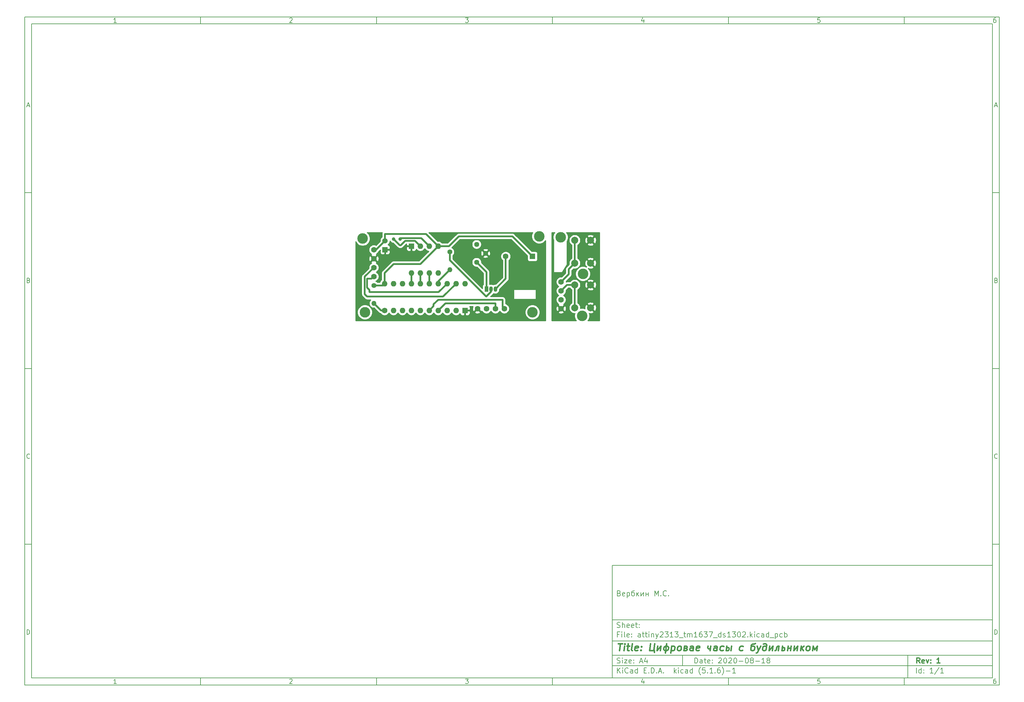
<source format=gtl>
%TF.GenerationSoftware,KiCad,Pcbnew,(5.1.6)-1*%
%TF.CreationDate,2020-10-12T23:34:44+05:00*%
%TF.ProjectId,attiny2313_tm1637_ds1302,61747469-6e79-4323-9331-335f746d3136,1*%
%TF.SameCoordinates,Original*%
%TF.FileFunction,Copper,L1,Top*%
%TF.FilePolarity,Positive*%
%FSLAX46Y46*%
G04 Gerber Fmt 4.6, Leading zero omitted, Abs format (unit mm)*
G04 Created by KiCad (PCBNEW (5.1.6)-1) date 2020-10-12 23:34:44*
%MOMM*%
%LPD*%
G01*
G04 APERTURE LIST*
%ADD10C,0.100000*%
%ADD11C,0.150000*%
%ADD12C,0.300000*%
%ADD13C,0.400000*%
%TA.AperFunction,ComponentPad*%
%ADD14O,1.400000X1.400000*%
%TD*%
%TA.AperFunction,ComponentPad*%
%ADD15C,1.400000*%
%TD*%
%TA.AperFunction,ComponentPad*%
%ADD16C,1.600000*%
%TD*%
%TA.AperFunction,ComponentPad*%
%ADD17R,1.600000X1.600000*%
%TD*%
%TA.AperFunction,SMDPad,CuDef*%
%ADD18C,1.600000*%
%TD*%
%TA.AperFunction,ComponentPad*%
%ADD19R,1.050000X1.500000*%
%TD*%
%TA.AperFunction,ComponentPad*%
%ADD20O,1.050000X1.500000*%
%TD*%
%TA.AperFunction,ComponentPad*%
%ADD21C,1.440000*%
%TD*%
%TA.AperFunction,ComponentPad*%
%ADD22O,1.600000X1.600000*%
%TD*%
%TA.AperFunction,ComponentPad*%
%ADD23C,1.000000*%
%TD*%
%TA.AperFunction,SMDPad,CuDef*%
%ADD24R,1.524000X1.524000*%
%TD*%
%TA.AperFunction,SMDPad,CuDef*%
%ADD25C,1.524000*%
%TD*%
%TA.AperFunction,ComponentPad*%
%ADD26C,2.000000*%
%TD*%
%TA.AperFunction,ViaPad*%
%ADD27C,3.000000*%
%TD*%
%TA.AperFunction,Conductor*%
%ADD28C,0.500000*%
%TD*%
%TA.AperFunction,Conductor*%
%ADD29C,0.254000*%
%TD*%
G04 APERTURE END LIST*
D10*
D11*
X177002200Y-166007200D02*
X177002200Y-198007200D01*
X285002200Y-198007200D01*
X285002200Y-166007200D01*
X177002200Y-166007200D01*
D10*
D11*
X10000000Y-10000000D02*
X10000000Y-200007200D01*
X287002200Y-200007200D01*
X287002200Y-10000000D01*
X10000000Y-10000000D01*
D10*
D11*
X12000000Y-12000000D02*
X12000000Y-198007200D01*
X285002200Y-198007200D01*
X285002200Y-12000000D01*
X12000000Y-12000000D01*
D10*
D11*
X60000000Y-12000000D02*
X60000000Y-10000000D01*
D10*
D11*
X110000000Y-12000000D02*
X110000000Y-10000000D01*
D10*
D11*
X160000000Y-12000000D02*
X160000000Y-10000000D01*
D10*
D11*
X210000000Y-12000000D02*
X210000000Y-10000000D01*
D10*
D11*
X260000000Y-12000000D02*
X260000000Y-10000000D01*
D10*
D11*
X36065476Y-11588095D02*
X35322619Y-11588095D01*
X35694047Y-11588095D02*
X35694047Y-10288095D01*
X35570238Y-10473809D01*
X35446428Y-10597619D01*
X35322619Y-10659523D01*
D10*
D11*
X85322619Y-10411904D02*
X85384523Y-10350000D01*
X85508333Y-10288095D01*
X85817857Y-10288095D01*
X85941666Y-10350000D01*
X86003571Y-10411904D01*
X86065476Y-10535714D01*
X86065476Y-10659523D01*
X86003571Y-10845238D01*
X85260714Y-11588095D01*
X86065476Y-11588095D01*
D10*
D11*
X135260714Y-10288095D02*
X136065476Y-10288095D01*
X135632142Y-10783333D01*
X135817857Y-10783333D01*
X135941666Y-10845238D01*
X136003571Y-10907142D01*
X136065476Y-11030952D01*
X136065476Y-11340476D01*
X136003571Y-11464285D01*
X135941666Y-11526190D01*
X135817857Y-11588095D01*
X135446428Y-11588095D01*
X135322619Y-11526190D01*
X135260714Y-11464285D01*
D10*
D11*
X185941666Y-10721428D02*
X185941666Y-11588095D01*
X185632142Y-10226190D02*
X185322619Y-11154761D01*
X186127380Y-11154761D01*
D10*
D11*
X236003571Y-10288095D02*
X235384523Y-10288095D01*
X235322619Y-10907142D01*
X235384523Y-10845238D01*
X235508333Y-10783333D01*
X235817857Y-10783333D01*
X235941666Y-10845238D01*
X236003571Y-10907142D01*
X236065476Y-11030952D01*
X236065476Y-11340476D01*
X236003571Y-11464285D01*
X235941666Y-11526190D01*
X235817857Y-11588095D01*
X235508333Y-11588095D01*
X235384523Y-11526190D01*
X235322619Y-11464285D01*
D10*
D11*
X285941666Y-10288095D02*
X285694047Y-10288095D01*
X285570238Y-10350000D01*
X285508333Y-10411904D01*
X285384523Y-10597619D01*
X285322619Y-10845238D01*
X285322619Y-11340476D01*
X285384523Y-11464285D01*
X285446428Y-11526190D01*
X285570238Y-11588095D01*
X285817857Y-11588095D01*
X285941666Y-11526190D01*
X286003571Y-11464285D01*
X286065476Y-11340476D01*
X286065476Y-11030952D01*
X286003571Y-10907142D01*
X285941666Y-10845238D01*
X285817857Y-10783333D01*
X285570238Y-10783333D01*
X285446428Y-10845238D01*
X285384523Y-10907142D01*
X285322619Y-11030952D01*
D10*
D11*
X60000000Y-198007200D02*
X60000000Y-200007200D01*
D10*
D11*
X110000000Y-198007200D02*
X110000000Y-200007200D01*
D10*
D11*
X160000000Y-198007200D02*
X160000000Y-200007200D01*
D10*
D11*
X210000000Y-198007200D02*
X210000000Y-200007200D01*
D10*
D11*
X260000000Y-198007200D02*
X260000000Y-200007200D01*
D10*
D11*
X36065476Y-199595295D02*
X35322619Y-199595295D01*
X35694047Y-199595295D02*
X35694047Y-198295295D01*
X35570238Y-198481009D01*
X35446428Y-198604819D01*
X35322619Y-198666723D01*
D10*
D11*
X85322619Y-198419104D02*
X85384523Y-198357200D01*
X85508333Y-198295295D01*
X85817857Y-198295295D01*
X85941666Y-198357200D01*
X86003571Y-198419104D01*
X86065476Y-198542914D01*
X86065476Y-198666723D01*
X86003571Y-198852438D01*
X85260714Y-199595295D01*
X86065476Y-199595295D01*
D10*
D11*
X135260714Y-198295295D02*
X136065476Y-198295295D01*
X135632142Y-198790533D01*
X135817857Y-198790533D01*
X135941666Y-198852438D01*
X136003571Y-198914342D01*
X136065476Y-199038152D01*
X136065476Y-199347676D01*
X136003571Y-199471485D01*
X135941666Y-199533390D01*
X135817857Y-199595295D01*
X135446428Y-199595295D01*
X135322619Y-199533390D01*
X135260714Y-199471485D01*
D10*
D11*
X185941666Y-198728628D02*
X185941666Y-199595295D01*
X185632142Y-198233390D02*
X185322619Y-199161961D01*
X186127380Y-199161961D01*
D10*
D11*
X236003571Y-198295295D02*
X235384523Y-198295295D01*
X235322619Y-198914342D01*
X235384523Y-198852438D01*
X235508333Y-198790533D01*
X235817857Y-198790533D01*
X235941666Y-198852438D01*
X236003571Y-198914342D01*
X236065476Y-199038152D01*
X236065476Y-199347676D01*
X236003571Y-199471485D01*
X235941666Y-199533390D01*
X235817857Y-199595295D01*
X235508333Y-199595295D01*
X235384523Y-199533390D01*
X235322619Y-199471485D01*
D10*
D11*
X285941666Y-198295295D02*
X285694047Y-198295295D01*
X285570238Y-198357200D01*
X285508333Y-198419104D01*
X285384523Y-198604819D01*
X285322619Y-198852438D01*
X285322619Y-199347676D01*
X285384523Y-199471485D01*
X285446428Y-199533390D01*
X285570238Y-199595295D01*
X285817857Y-199595295D01*
X285941666Y-199533390D01*
X286003571Y-199471485D01*
X286065476Y-199347676D01*
X286065476Y-199038152D01*
X286003571Y-198914342D01*
X285941666Y-198852438D01*
X285817857Y-198790533D01*
X285570238Y-198790533D01*
X285446428Y-198852438D01*
X285384523Y-198914342D01*
X285322619Y-199038152D01*
D10*
D11*
X10000000Y-60000000D02*
X12000000Y-60000000D01*
D10*
D11*
X10000000Y-110000000D02*
X12000000Y-110000000D01*
D10*
D11*
X10000000Y-160000000D02*
X12000000Y-160000000D01*
D10*
D11*
X10690476Y-35216666D02*
X11309523Y-35216666D01*
X10566666Y-35588095D02*
X11000000Y-34288095D01*
X11433333Y-35588095D01*
D10*
D11*
X11092857Y-84907142D02*
X11278571Y-84969047D01*
X11340476Y-85030952D01*
X11402380Y-85154761D01*
X11402380Y-85340476D01*
X11340476Y-85464285D01*
X11278571Y-85526190D01*
X11154761Y-85588095D01*
X10659523Y-85588095D01*
X10659523Y-84288095D01*
X11092857Y-84288095D01*
X11216666Y-84350000D01*
X11278571Y-84411904D01*
X11340476Y-84535714D01*
X11340476Y-84659523D01*
X11278571Y-84783333D01*
X11216666Y-84845238D01*
X11092857Y-84907142D01*
X10659523Y-84907142D01*
D10*
D11*
X11402380Y-135464285D02*
X11340476Y-135526190D01*
X11154761Y-135588095D01*
X11030952Y-135588095D01*
X10845238Y-135526190D01*
X10721428Y-135402380D01*
X10659523Y-135278571D01*
X10597619Y-135030952D01*
X10597619Y-134845238D01*
X10659523Y-134597619D01*
X10721428Y-134473809D01*
X10845238Y-134350000D01*
X11030952Y-134288095D01*
X11154761Y-134288095D01*
X11340476Y-134350000D01*
X11402380Y-134411904D01*
D10*
D11*
X10659523Y-185588095D02*
X10659523Y-184288095D01*
X10969047Y-184288095D01*
X11154761Y-184350000D01*
X11278571Y-184473809D01*
X11340476Y-184597619D01*
X11402380Y-184845238D01*
X11402380Y-185030952D01*
X11340476Y-185278571D01*
X11278571Y-185402380D01*
X11154761Y-185526190D01*
X10969047Y-185588095D01*
X10659523Y-185588095D01*
D10*
D11*
X287002200Y-60000000D02*
X285002200Y-60000000D01*
D10*
D11*
X287002200Y-110000000D02*
X285002200Y-110000000D01*
D10*
D11*
X287002200Y-160000000D02*
X285002200Y-160000000D01*
D10*
D11*
X285692676Y-35216666D02*
X286311723Y-35216666D01*
X285568866Y-35588095D02*
X286002200Y-34288095D01*
X286435533Y-35588095D01*
D10*
D11*
X286095057Y-84907142D02*
X286280771Y-84969047D01*
X286342676Y-85030952D01*
X286404580Y-85154761D01*
X286404580Y-85340476D01*
X286342676Y-85464285D01*
X286280771Y-85526190D01*
X286156961Y-85588095D01*
X285661723Y-85588095D01*
X285661723Y-84288095D01*
X286095057Y-84288095D01*
X286218866Y-84350000D01*
X286280771Y-84411904D01*
X286342676Y-84535714D01*
X286342676Y-84659523D01*
X286280771Y-84783333D01*
X286218866Y-84845238D01*
X286095057Y-84907142D01*
X285661723Y-84907142D01*
D10*
D11*
X286404580Y-135464285D02*
X286342676Y-135526190D01*
X286156961Y-135588095D01*
X286033152Y-135588095D01*
X285847438Y-135526190D01*
X285723628Y-135402380D01*
X285661723Y-135278571D01*
X285599819Y-135030952D01*
X285599819Y-134845238D01*
X285661723Y-134597619D01*
X285723628Y-134473809D01*
X285847438Y-134350000D01*
X286033152Y-134288095D01*
X286156961Y-134288095D01*
X286342676Y-134350000D01*
X286404580Y-134411904D01*
D10*
D11*
X285661723Y-185588095D02*
X285661723Y-184288095D01*
X285971247Y-184288095D01*
X286156961Y-184350000D01*
X286280771Y-184473809D01*
X286342676Y-184597619D01*
X286404580Y-184845238D01*
X286404580Y-185030952D01*
X286342676Y-185278571D01*
X286280771Y-185402380D01*
X286156961Y-185526190D01*
X285971247Y-185588095D01*
X285661723Y-185588095D01*
D10*
D11*
X200434342Y-193785771D02*
X200434342Y-192285771D01*
X200791485Y-192285771D01*
X201005771Y-192357200D01*
X201148628Y-192500057D01*
X201220057Y-192642914D01*
X201291485Y-192928628D01*
X201291485Y-193142914D01*
X201220057Y-193428628D01*
X201148628Y-193571485D01*
X201005771Y-193714342D01*
X200791485Y-193785771D01*
X200434342Y-193785771D01*
X202577200Y-193785771D02*
X202577200Y-193000057D01*
X202505771Y-192857200D01*
X202362914Y-192785771D01*
X202077200Y-192785771D01*
X201934342Y-192857200D01*
X202577200Y-193714342D02*
X202434342Y-193785771D01*
X202077200Y-193785771D01*
X201934342Y-193714342D01*
X201862914Y-193571485D01*
X201862914Y-193428628D01*
X201934342Y-193285771D01*
X202077200Y-193214342D01*
X202434342Y-193214342D01*
X202577200Y-193142914D01*
X203077200Y-192785771D02*
X203648628Y-192785771D01*
X203291485Y-192285771D02*
X203291485Y-193571485D01*
X203362914Y-193714342D01*
X203505771Y-193785771D01*
X203648628Y-193785771D01*
X204720057Y-193714342D02*
X204577200Y-193785771D01*
X204291485Y-193785771D01*
X204148628Y-193714342D01*
X204077200Y-193571485D01*
X204077200Y-193000057D01*
X204148628Y-192857200D01*
X204291485Y-192785771D01*
X204577200Y-192785771D01*
X204720057Y-192857200D01*
X204791485Y-193000057D01*
X204791485Y-193142914D01*
X204077200Y-193285771D01*
X205434342Y-193642914D02*
X205505771Y-193714342D01*
X205434342Y-193785771D01*
X205362914Y-193714342D01*
X205434342Y-193642914D01*
X205434342Y-193785771D01*
X205434342Y-192857200D02*
X205505771Y-192928628D01*
X205434342Y-193000057D01*
X205362914Y-192928628D01*
X205434342Y-192857200D01*
X205434342Y-193000057D01*
X207220057Y-192428628D02*
X207291485Y-192357200D01*
X207434342Y-192285771D01*
X207791485Y-192285771D01*
X207934342Y-192357200D01*
X208005771Y-192428628D01*
X208077200Y-192571485D01*
X208077200Y-192714342D01*
X208005771Y-192928628D01*
X207148628Y-193785771D01*
X208077200Y-193785771D01*
X209005771Y-192285771D02*
X209148628Y-192285771D01*
X209291485Y-192357200D01*
X209362914Y-192428628D01*
X209434342Y-192571485D01*
X209505771Y-192857200D01*
X209505771Y-193214342D01*
X209434342Y-193500057D01*
X209362914Y-193642914D01*
X209291485Y-193714342D01*
X209148628Y-193785771D01*
X209005771Y-193785771D01*
X208862914Y-193714342D01*
X208791485Y-193642914D01*
X208720057Y-193500057D01*
X208648628Y-193214342D01*
X208648628Y-192857200D01*
X208720057Y-192571485D01*
X208791485Y-192428628D01*
X208862914Y-192357200D01*
X209005771Y-192285771D01*
X210077200Y-192428628D02*
X210148628Y-192357200D01*
X210291485Y-192285771D01*
X210648628Y-192285771D01*
X210791485Y-192357200D01*
X210862914Y-192428628D01*
X210934342Y-192571485D01*
X210934342Y-192714342D01*
X210862914Y-192928628D01*
X210005771Y-193785771D01*
X210934342Y-193785771D01*
X211862914Y-192285771D02*
X212005771Y-192285771D01*
X212148628Y-192357200D01*
X212220057Y-192428628D01*
X212291485Y-192571485D01*
X212362914Y-192857200D01*
X212362914Y-193214342D01*
X212291485Y-193500057D01*
X212220057Y-193642914D01*
X212148628Y-193714342D01*
X212005771Y-193785771D01*
X211862914Y-193785771D01*
X211720057Y-193714342D01*
X211648628Y-193642914D01*
X211577200Y-193500057D01*
X211505771Y-193214342D01*
X211505771Y-192857200D01*
X211577200Y-192571485D01*
X211648628Y-192428628D01*
X211720057Y-192357200D01*
X211862914Y-192285771D01*
X213005771Y-193214342D02*
X214148628Y-193214342D01*
X215148628Y-192285771D02*
X215291485Y-192285771D01*
X215434342Y-192357200D01*
X215505771Y-192428628D01*
X215577200Y-192571485D01*
X215648628Y-192857200D01*
X215648628Y-193214342D01*
X215577200Y-193500057D01*
X215505771Y-193642914D01*
X215434342Y-193714342D01*
X215291485Y-193785771D01*
X215148628Y-193785771D01*
X215005771Y-193714342D01*
X214934342Y-193642914D01*
X214862914Y-193500057D01*
X214791485Y-193214342D01*
X214791485Y-192857200D01*
X214862914Y-192571485D01*
X214934342Y-192428628D01*
X215005771Y-192357200D01*
X215148628Y-192285771D01*
X216505771Y-192928628D02*
X216362914Y-192857200D01*
X216291485Y-192785771D01*
X216220057Y-192642914D01*
X216220057Y-192571485D01*
X216291485Y-192428628D01*
X216362914Y-192357200D01*
X216505771Y-192285771D01*
X216791485Y-192285771D01*
X216934342Y-192357200D01*
X217005771Y-192428628D01*
X217077200Y-192571485D01*
X217077200Y-192642914D01*
X217005771Y-192785771D01*
X216934342Y-192857200D01*
X216791485Y-192928628D01*
X216505771Y-192928628D01*
X216362914Y-193000057D01*
X216291485Y-193071485D01*
X216220057Y-193214342D01*
X216220057Y-193500057D01*
X216291485Y-193642914D01*
X216362914Y-193714342D01*
X216505771Y-193785771D01*
X216791485Y-193785771D01*
X216934342Y-193714342D01*
X217005771Y-193642914D01*
X217077200Y-193500057D01*
X217077200Y-193214342D01*
X217005771Y-193071485D01*
X216934342Y-193000057D01*
X216791485Y-192928628D01*
X217720057Y-193214342D02*
X218862914Y-193214342D01*
X220362914Y-193785771D02*
X219505771Y-193785771D01*
X219934342Y-193785771D02*
X219934342Y-192285771D01*
X219791485Y-192500057D01*
X219648628Y-192642914D01*
X219505771Y-192714342D01*
X221220057Y-192928628D02*
X221077200Y-192857200D01*
X221005771Y-192785771D01*
X220934342Y-192642914D01*
X220934342Y-192571485D01*
X221005771Y-192428628D01*
X221077200Y-192357200D01*
X221220057Y-192285771D01*
X221505771Y-192285771D01*
X221648628Y-192357200D01*
X221720057Y-192428628D01*
X221791485Y-192571485D01*
X221791485Y-192642914D01*
X221720057Y-192785771D01*
X221648628Y-192857200D01*
X221505771Y-192928628D01*
X221220057Y-192928628D01*
X221077200Y-193000057D01*
X221005771Y-193071485D01*
X220934342Y-193214342D01*
X220934342Y-193500057D01*
X221005771Y-193642914D01*
X221077200Y-193714342D01*
X221220057Y-193785771D01*
X221505771Y-193785771D01*
X221648628Y-193714342D01*
X221720057Y-193642914D01*
X221791485Y-193500057D01*
X221791485Y-193214342D01*
X221720057Y-193071485D01*
X221648628Y-193000057D01*
X221505771Y-192928628D01*
D10*
D11*
X177002200Y-194507200D02*
X285002200Y-194507200D01*
D10*
D11*
X178434342Y-196585771D02*
X178434342Y-195085771D01*
X179291485Y-196585771D02*
X178648628Y-195728628D01*
X179291485Y-195085771D02*
X178434342Y-195942914D01*
X179934342Y-196585771D02*
X179934342Y-195585771D01*
X179934342Y-195085771D02*
X179862914Y-195157200D01*
X179934342Y-195228628D01*
X180005771Y-195157200D01*
X179934342Y-195085771D01*
X179934342Y-195228628D01*
X181505771Y-196442914D02*
X181434342Y-196514342D01*
X181220057Y-196585771D01*
X181077200Y-196585771D01*
X180862914Y-196514342D01*
X180720057Y-196371485D01*
X180648628Y-196228628D01*
X180577200Y-195942914D01*
X180577200Y-195728628D01*
X180648628Y-195442914D01*
X180720057Y-195300057D01*
X180862914Y-195157200D01*
X181077200Y-195085771D01*
X181220057Y-195085771D01*
X181434342Y-195157200D01*
X181505771Y-195228628D01*
X182791485Y-196585771D02*
X182791485Y-195800057D01*
X182720057Y-195657200D01*
X182577200Y-195585771D01*
X182291485Y-195585771D01*
X182148628Y-195657200D01*
X182791485Y-196514342D02*
X182648628Y-196585771D01*
X182291485Y-196585771D01*
X182148628Y-196514342D01*
X182077200Y-196371485D01*
X182077200Y-196228628D01*
X182148628Y-196085771D01*
X182291485Y-196014342D01*
X182648628Y-196014342D01*
X182791485Y-195942914D01*
X184148628Y-196585771D02*
X184148628Y-195085771D01*
X184148628Y-196514342D02*
X184005771Y-196585771D01*
X183720057Y-196585771D01*
X183577200Y-196514342D01*
X183505771Y-196442914D01*
X183434342Y-196300057D01*
X183434342Y-195871485D01*
X183505771Y-195728628D01*
X183577200Y-195657200D01*
X183720057Y-195585771D01*
X184005771Y-195585771D01*
X184148628Y-195657200D01*
X186005771Y-195800057D02*
X186505771Y-195800057D01*
X186720057Y-196585771D02*
X186005771Y-196585771D01*
X186005771Y-195085771D01*
X186720057Y-195085771D01*
X187362914Y-196442914D02*
X187434342Y-196514342D01*
X187362914Y-196585771D01*
X187291485Y-196514342D01*
X187362914Y-196442914D01*
X187362914Y-196585771D01*
X188077200Y-196585771D02*
X188077200Y-195085771D01*
X188434342Y-195085771D01*
X188648628Y-195157200D01*
X188791485Y-195300057D01*
X188862914Y-195442914D01*
X188934342Y-195728628D01*
X188934342Y-195942914D01*
X188862914Y-196228628D01*
X188791485Y-196371485D01*
X188648628Y-196514342D01*
X188434342Y-196585771D01*
X188077200Y-196585771D01*
X189577200Y-196442914D02*
X189648628Y-196514342D01*
X189577200Y-196585771D01*
X189505771Y-196514342D01*
X189577200Y-196442914D01*
X189577200Y-196585771D01*
X190220057Y-196157200D02*
X190934342Y-196157200D01*
X190077200Y-196585771D02*
X190577200Y-195085771D01*
X191077200Y-196585771D01*
X191577200Y-196442914D02*
X191648628Y-196514342D01*
X191577200Y-196585771D01*
X191505771Y-196514342D01*
X191577200Y-196442914D01*
X191577200Y-196585771D01*
X194577200Y-196585771D02*
X194577200Y-195085771D01*
X194720057Y-196014342D02*
X195148628Y-196585771D01*
X195148628Y-195585771D02*
X194577200Y-196157200D01*
X195791485Y-196585771D02*
X195791485Y-195585771D01*
X195791485Y-195085771D02*
X195720057Y-195157200D01*
X195791485Y-195228628D01*
X195862914Y-195157200D01*
X195791485Y-195085771D01*
X195791485Y-195228628D01*
X197148628Y-196514342D02*
X197005771Y-196585771D01*
X196720057Y-196585771D01*
X196577200Y-196514342D01*
X196505771Y-196442914D01*
X196434342Y-196300057D01*
X196434342Y-195871485D01*
X196505771Y-195728628D01*
X196577200Y-195657200D01*
X196720057Y-195585771D01*
X197005771Y-195585771D01*
X197148628Y-195657200D01*
X198434342Y-196585771D02*
X198434342Y-195800057D01*
X198362914Y-195657200D01*
X198220057Y-195585771D01*
X197934342Y-195585771D01*
X197791485Y-195657200D01*
X198434342Y-196514342D02*
X198291485Y-196585771D01*
X197934342Y-196585771D01*
X197791485Y-196514342D01*
X197720057Y-196371485D01*
X197720057Y-196228628D01*
X197791485Y-196085771D01*
X197934342Y-196014342D01*
X198291485Y-196014342D01*
X198434342Y-195942914D01*
X199791485Y-196585771D02*
X199791485Y-195085771D01*
X199791485Y-196514342D02*
X199648628Y-196585771D01*
X199362914Y-196585771D01*
X199220057Y-196514342D01*
X199148628Y-196442914D01*
X199077200Y-196300057D01*
X199077200Y-195871485D01*
X199148628Y-195728628D01*
X199220057Y-195657200D01*
X199362914Y-195585771D01*
X199648628Y-195585771D01*
X199791485Y-195657200D01*
X202077200Y-197157200D02*
X202005771Y-197085771D01*
X201862914Y-196871485D01*
X201791485Y-196728628D01*
X201720057Y-196514342D01*
X201648628Y-196157200D01*
X201648628Y-195871485D01*
X201720057Y-195514342D01*
X201791485Y-195300057D01*
X201862914Y-195157200D01*
X202005771Y-194942914D01*
X202077200Y-194871485D01*
X203362914Y-195085771D02*
X202648628Y-195085771D01*
X202577200Y-195800057D01*
X202648628Y-195728628D01*
X202791485Y-195657200D01*
X203148628Y-195657200D01*
X203291485Y-195728628D01*
X203362914Y-195800057D01*
X203434342Y-195942914D01*
X203434342Y-196300057D01*
X203362914Y-196442914D01*
X203291485Y-196514342D01*
X203148628Y-196585771D01*
X202791485Y-196585771D01*
X202648628Y-196514342D01*
X202577200Y-196442914D01*
X204077200Y-196442914D02*
X204148628Y-196514342D01*
X204077200Y-196585771D01*
X204005771Y-196514342D01*
X204077200Y-196442914D01*
X204077200Y-196585771D01*
X205577200Y-196585771D02*
X204720057Y-196585771D01*
X205148628Y-196585771D02*
X205148628Y-195085771D01*
X205005771Y-195300057D01*
X204862914Y-195442914D01*
X204720057Y-195514342D01*
X206220057Y-196442914D02*
X206291485Y-196514342D01*
X206220057Y-196585771D01*
X206148628Y-196514342D01*
X206220057Y-196442914D01*
X206220057Y-196585771D01*
X207577200Y-195085771D02*
X207291485Y-195085771D01*
X207148628Y-195157200D01*
X207077200Y-195228628D01*
X206934342Y-195442914D01*
X206862914Y-195728628D01*
X206862914Y-196300057D01*
X206934342Y-196442914D01*
X207005771Y-196514342D01*
X207148628Y-196585771D01*
X207434342Y-196585771D01*
X207577200Y-196514342D01*
X207648628Y-196442914D01*
X207720057Y-196300057D01*
X207720057Y-195942914D01*
X207648628Y-195800057D01*
X207577200Y-195728628D01*
X207434342Y-195657200D01*
X207148628Y-195657200D01*
X207005771Y-195728628D01*
X206934342Y-195800057D01*
X206862914Y-195942914D01*
X208220057Y-197157200D02*
X208291485Y-197085771D01*
X208434342Y-196871485D01*
X208505771Y-196728628D01*
X208577200Y-196514342D01*
X208648628Y-196157200D01*
X208648628Y-195871485D01*
X208577200Y-195514342D01*
X208505771Y-195300057D01*
X208434342Y-195157200D01*
X208291485Y-194942914D01*
X208220057Y-194871485D01*
X209362914Y-196014342D02*
X210505771Y-196014342D01*
X212005771Y-196585771D02*
X211148628Y-196585771D01*
X211577200Y-196585771D02*
X211577200Y-195085771D01*
X211434342Y-195300057D01*
X211291485Y-195442914D01*
X211148628Y-195514342D01*
D10*
D11*
X177002200Y-191507200D02*
X285002200Y-191507200D01*
D10*
D12*
X264411485Y-193785771D02*
X263911485Y-193071485D01*
X263554342Y-193785771D02*
X263554342Y-192285771D01*
X264125771Y-192285771D01*
X264268628Y-192357200D01*
X264340057Y-192428628D01*
X264411485Y-192571485D01*
X264411485Y-192785771D01*
X264340057Y-192928628D01*
X264268628Y-193000057D01*
X264125771Y-193071485D01*
X263554342Y-193071485D01*
X265625771Y-193714342D02*
X265482914Y-193785771D01*
X265197200Y-193785771D01*
X265054342Y-193714342D01*
X264982914Y-193571485D01*
X264982914Y-193000057D01*
X265054342Y-192857200D01*
X265197200Y-192785771D01*
X265482914Y-192785771D01*
X265625771Y-192857200D01*
X265697200Y-193000057D01*
X265697200Y-193142914D01*
X264982914Y-193285771D01*
X266197200Y-192785771D02*
X266554342Y-193785771D01*
X266911485Y-192785771D01*
X267482914Y-193642914D02*
X267554342Y-193714342D01*
X267482914Y-193785771D01*
X267411485Y-193714342D01*
X267482914Y-193642914D01*
X267482914Y-193785771D01*
X267482914Y-192857200D02*
X267554342Y-192928628D01*
X267482914Y-193000057D01*
X267411485Y-192928628D01*
X267482914Y-192857200D01*
X267482914Y-193000057D01*
X270125771Y-193785771D02*
X269268628Y-193785771D01*
X269697200Y-193785771D02*
X269697200Y-192285771D01*
X269554342Y-192500057D01*
X269411485Y-192642914D01*
X269268628Y-192714342D01*
D10*
D11*
X178362914Y-193714342D02*
X178577200Y-193785771D01*
X178934342Y-193785771D01*
X179077200Y-193714342D01*
X179148628Y-193642914D01*
X179220057Y-193500057D01*
X179220057Y-193357200D01*
X179148628Y-193214342D01*
X179077200Y-193142914D01*
X178934342Y-193071485D01*
X178648628Y-193000057D01*
X178505771Y-192928628D01*
X178434342Y-192857200D01*
X178362914Y-192714342D01*
X178362914Y-192571485D01*
X178434342Y-192428628D01*
X178505771Y-192357200D01*
X178648628Y-192285771D01*
X179005771Y-192285771D01*
X179220057Y-192357200D01*
X179862914Y-193785771D02*
X179862914Y-192785771D01*
X179862914Y-192285771D02*
X179791485Y-192357200D01*
X179862914Y-192428628D01*
X179934342Y-192357200D01*
X179862914Y-192285771D01*
X179862914Y-192428628D01*
X180434342Y-192785771D02*
X181220057Y-192785771D01*
X180434342Y-193785771D01*
X181220057Y-193785771D01*
X182362914Y-193714342D02*
X182220057Y-193785771D01*
X181934342Y-193785771D01*
X181791485Y-193714342D01*
X181720057Y-193571485D01*
X181720057Y-193000057D01*
X181791485Y-192857200D01*
X181934342Y-192785771D01*
X182220057Y-192785771D01*
X182362914Y-192857200D01*
X182434342Y-193000057D01*
X182434342Y-193142914D01*
X181720057Y-193285771D01*
X183077200Y-193642914D02*
X183148628Y-193714342D01*
X183077200Y-193785771D01*
X183005771Y-193714342D01*
X183077200Y-193642914D01*
X183077200Y-193785771D01*
X183077200Y-192857200D02*
X183148628Y-192928628D01*
X183077200Y-193000057D01*
X183005771Y-192928628D01*
X183077200Y-192857200D01*
X183077200Y-193000057D01*
X184862914Y-193357200D02*
X185577200Y-193357200D01*
X184720057Y-193785771D02*
X185220057Y-192285771D01*
X185720057Y-193785771D01*
X186862914Y-192785771D02*
X186862914Y-193785771D01*
X186505771Y-192214342D02*
X186148628Y-193285771D01*
X187077200Y-193285771D01*
D10*
D11*
X263434342Y-196585771D02*
X263434342Y-195085771D01*
X264791485Y-196585771D02*
X264791485Y-195085771D01*
X264791485Y-196514342D02*
X264648628Y-196585771D01*
X264362914Y-196585771D01*
X264220057Y-196514342D01*
X264148628Y-196442914D01*
X264077200Y-196300057D01*
X264077200Y-195871485D01*
X264148628Y-195728628D01*
X264220057Y-195657200D01*
X264362914Y-195585771D01*
X264648628Y-195585771D01*
X264791485Y-195657200D01*
X265505771Y-196442914D02*
X265577200Y-196514342D01*
X265505771Y-196585771D01*
X265434342Y-196514342D01*
X265505771Y-196442914D01*
X265505771Y-196585771D01*
X265505771Y-195657200D02*
X265577200Y-195728628D01*
X265505771Y-195800057D01*
X265434342Y-195728628D01*
X265505771Y-195657200D01*
X265505771Y-195800057D01*
X268148628Y-196585771D02*
X267291485Y-196585771D01*
X267720057Y-196585771D02*
X267720057Y-195085771D01*
X267577200Y-195300057D01*
X267434342Y-195442914D01*
X267291485Y-195514342D01*
X269862914Y-195014342D02*
X268577200Y-196942914D01*
X271148628Y-196585771D02*
X270291485Y-196585771D01*
X270720057Y-196585771D02*
X270720057Y-195085771D01*
X270577200Y-195300057D01*
X270434342Y-195442914D01*
X270291485Y-195514342D01*
D10*
D11*
X177002200Y-187507200D02*
X285002200Y-187507200D01*
D10*
D13*
X178714580Y-188211961D02*
X179857438Y-188211961D01*
X179036009Y-190211961D02*
X179286009Y-188211961D01*
X180274104Y-190211961D02*
X180440771Y-188878628D01*
X180524104Y-188211961D02*
X180416961Y-188307200D01*
X180500295Y-188402438D01*
X180607438Y-188307200D01*
X180524104Y-188211961D01*
X180500295Y-188402438D01*
X181107438Y-188878628D02*
X181869342Y-188878628D01*
X181476485Y-188211961D02*
X181262200Y-189926247D01*
X181333628Y-190116723D01*
X181512200Y-190211961D01*
X181702676Y-190211961D01*
X182655057Y-190211961D02*
X182476485Y-190116723D01*
X182405057Y-189926247D01*
X182619342Y-188211961D01*
X184190771Y-190116723D02*
X183988390Y-190211961D01*
X183607438Y-190211961D01*
X183428866Y-190116723D01*
X183357438Y-189926247D01*
X183452676Y-189164342D01*
X183571723Y-188973866D01*
X183774104Y-188878628D01*
X184155057Y-188878628D01*
X184333628Y-188973866D01*
X184405057Y-189164342D01*
X184381247Y-189354819D01*
X183405057Y-189545295D01*
X185155057Y-190021485D02*
X185238390Y-190116723D01*
X185131247Y-190211961D01*
X185047914Y-190116723D01*
X185155057Y-190021485D01*
X185131247Y-190211961D01*
X185286009Y-188973866D02*
X185369342Y-189069104D01*
X185262200Y-189164342D01*
X185178866Y-189069104D01*
X185286009Y-188973866D01*
X185262200Y-189164342D01*
X189000295Y-188211961D02*
X188750295Y-190211961D01*
X187857438Y-188211961D02*
X187607438Y-190211961D01*
X188940771Y-190211961D01*
X188881247Y-190688152D01*
X189869342Y-188878628D02*
X189702676Y-190211961D01*
X190821723Y-188878628D01*
X190655057Y-190211961D01*
X192428866Y-188211961D02*
X192095533Y-190878628D01*
X192155057Y-188878628D02*
X192536009Y-188878628D01*
X192714580Y-188973866D01*
X192881247Y-189164342D01*
X192952676Y-189354819D01*
X192905057Y-189735771D01*
X192786009Y-189926247D01*
X192571723Y-190116723D01*
X192369342Y-190211961D01*
X191988390Y-190211961D01*
X191809819Y-190116723D01*
X191643152Y-189926247D01*
X191571723Y-189735771D01*
X191619342Y-189354819D01*
X191738390Y-189164342D01*
X191952676Y-188973866D01*
X192155057Y-188878628D01*
X193869342Y-188878628D02*
X193619342Y-190878628D01*
X193857438Y-188973866D02*
X194059819Y-188878628D01*
X194440771Y-188878628D01*
X194619342Y-188973866D01*
X194702676Y-189069104D01*
X194774104Y-189259580D01*
X194702676Y-189831009D01*
X194583628Y-190021485D01*
X194476485Y-190116723D01*
X194274104Y-190211961D01*
X193893152Y-190211961D01*
X193714580Y-190116723D01*
X195797914Y-190211961D02*
X195619342Y-190116723D01*
X195536009Y-190021485D01*
X195464580Y-189831009D01*
X195536009Y-189259580D01*
X195655057Y-189069104D01*
X195762200Y-188973866D01*
X195964580Y-188878628D01*
X196250295Y-188878628D01*
X196428866Y-188973866D01*
X196512200Y-189069104D01*
X196583628Y-189259580D01*
X196512200Y-189831009D01*
X196393152Y-190021485D01*
X196286009Y-190116723D01*
X196083628Y-190211961D01*
X195797914Y-190211961D01*
X197881247Y-189545295D02*
X198155057Y-189640533D01*
X198226485Y-189831009D01*
X198214580Y-189926247D01*
X198095533Y-190116723D01*
X197893152Y-190211961D01*
X197321723Y-190211961D01*
X197488390Y-188878628D01*
X197964580Y-188878628D01*
X198143152Y-188973866D01*
X198214580Y-189164342D01*
X198202676Y-189259580D01*
X198083628Y-189450057D01*
X197881247Y-189545295D01*
X197405057Y-189545295D01*
X199893152Y-190211961D02*
X200024104Y-189164342D01*
X199952676Y-188973866D01*
X199774104Y-188878628D01*
X199393152Y-188878628D01*
X199190771Y-188973866D01*
X199905057Y-190116723D02*
X199702676Y-190211961D01*
X199226485Y-190211961D01*
X199047914Y-190116723D01*
X198976485Y-189926247D01*
X199000295Y-189735771D01*
X199119342Y-189545295D01*
X199321723Y-189450057D01*
X199797914Y-189450057D01*
X200000295Y-189354819D01*
X201619342Y-190116723D02*
X201416961Y-190211961D01*
X201036009Y-190211961D01*
X200857438Y-190116723D01*
X200786009Y-189926247D01*
X200881247Y-189164342D01*
X201000295Y-188973866D01*
X201202676Y-188878628D01*
X201583628Y-188878628D01*
X201762200Y-188973866D01*
X201833628Y-189164342D01*
X201809819Y-189354819D01*
X200833628Y-189545295D01*
X204916961Y-188878628D02*
X204750295Y-190211961D01*
X204155057Y-188878628D02*
X204095533Y-189354819D01*
X204166961Y-189545295D01*
X204345533Y-189640533D01*
X204821723Y-189640533D01*
X206655057Y-190211961D02*
X206786009Y-189164342D01*
X206714580Y-188973866D01*
X206536009Y-188878628D01*
X206155057Y-188878628D01*
X205952676Y-188973866D01*
X206666961Y-190116723D02*
X206464580Y-190211961D01*
X205988390Y-190211961D01*
X205809819Y-190116723D01*
X205738390Y-189926247D01*
X205762200Y-189735771D01*
X205881247Y-189545295D01*
X206083628Y-189450057D01*
X206559819Y-189450057D01*
X206762200Y-189354819D01*
X208476485Y-190116723D02*
X208274104Y-190211961D01*
X207893152Y-190211961D01*
X207714580Y-190116723D01*
X207631247Y-190021485D01*
X207559819Y-189831009D01*
X207631247Y-189259580D01*
X207750295Y-189069104D01*
X207857438Y-188973866D01*
X208059819Y-188878628D01*
X208440771Y-188878628D01*
X208619342Y-188973866D01*
X210821723Y-188878628D02*
X210655057Y-190211961D01*
X209488390Y-188878628D02*
X209321723Y-190211961D01*
X209797914Y-190211961D01*
X210000295Y-190116723D01*
X210119342Y-189926247D01*
X210155057Y-189640533D01*
X210083628Y-189450057D01*
X209905057Y-189354819D01*
X209428866Y-189354819D01*
X214000295Y-190116723D02*
X213797914Y-190211961D01*
X213416961Y-190211961D01*
X213238390Y-190116723D01*
X213155057Y-190021485D01*
X213083628Y-189831009D01*
X213155057Y-189259580D01*
X213274104Y-189069104D01*
X213381247Y-188973866D01*
X213583628Y-188878628D01*
X213964580Y-188878628D01*
X214143152Y-188973866D01*
X217583628Y-188116723D02*
X217476485Y-188211961D01*
X217274104Y-188307200D01*
X216893152Y-188307200D01*
X216690771Y-188402438D01*
X216583628Y-188497676D01*
X216464580Y-188688152D01*
X216321723Y-189831009D01*
X216393152Y-190021485D01*
X216476485Y-190116723D01*
X216655057Y-190211961D01*
X216940771Y-190211961D01*
X217143152Y-190116723D01*
X217250295Y-190021485D01*
X217369342Y-189831009D01*
X217440771Y-189259580D01*
X217369342Y-189069104D01*
X217286009Y-188973866D01*
X217107438Y-188878628D01*
X216726485Y-188878628D01*
X216524104Y-188973866D01*
X216416961Y-189069104D01*
X218155057Y-188878628D02*
X218464580Y-190211961D01*
X219107438Y-188878628D02*
X218464580Y-190211961D01*
X218214580Y-190688152D01*
X218107438Y-190783390D01*
X217905057Y-190878628D01*
X220797914Y-189069104D02*
X220714580Y-188973866D01*
X220536009Y-188878628D01*
X220155057Y-188878628D01*
X219952676Y-188973866D01*
X219845533Y-189069104D01*
X219726485Y-189259580D01*
X219655057Y-189831009D01*
X219726485Y-190021485D01*
X219809819Y-190116723D01*
X219988390Y-190211961D01*
X220274104Y-190211961D01*
X220476485Y-190116723D01*
X220583628Y-190021485D01*
X220702676Y-189831009D01*
X220857438Y-188592914D01*
X220786009Y-188402438D01*
X220702676Y-188307200D01*
X220524104Y-188211961D01*
X220143152Y-188211961D01*
X219940771Y-188307200D01*
X221678866Y-188878628D02*
X221512200Y-190211961D01*
X222631247Y-188878628D01*
X222464580Y-190211961D01*
X224178866Y-190211961D02*
X224345533Y-188878628D01*
X224059819Y-188878628D01*
X223857438Y-188973866D01*
X223738390Y-189164342D01*
X223547914Y-189926247D01*
X223428866Y-190116723D01*
X223226485Y-190211961D01*
X225297914Y-188878628D02*
X225131247Y-190211961D01*
X225607438Y-190211961D01*
X225809819Y-190116723D01*
X225928866Y-189926247D01*
X225964580Y-189640533D01*
X225893152Y-189450057D01*
X225714580Y-189354819D01*
X225238390Y-189354819D01*
X226833628Y-189545295D02*
X227690771Y-189545295D01*
X226916961Y-188878628D02*
X226750295Y-190211961D01*
X227774104Y-188878628D02*
X227607438Y-190211961D01*
X228726485Y-188878628D02*
X228559819Y-190211961D01*
X229678866Y-188878628D01*
X229512199Y-190211961D01*
X230631247Y-188878628D02*
X230464580Y-190211961D01*
X230750295Y-189450057D02*
X231226485Y-190211961D01*
X231393152Y-188878628D02*
X230536009Y-189640533D01*
X232369342Y-190211961D02*
X232190771Y-190116723D01*
X232107438Y-190021485D01*
X232036009Y-189831009D01*
X232107438Y-189259580D01*
X232226485Y-189069104D01*
X232333628Y-188973866D01*
X232536009Y-188878628D01*
X232821723Y-188878628D01*
X233000295Y-188973866D01*
X233083628Y-189069104D01*
X233155057Y-189259580D01*
X233083628Y-189831009D01*
X232964580Y-190021485D01*
X232857438Y-190116723D01*
X232655057Y-190211961D01*
X232369342Y-190211961D01*
X233893152Y-190211961D02*
X234059819Y-188878628D01*
X234500295Y-189926247D01*
X235202676Y-188878628D01*
X235036009Y-190211961D01*
D10*
D11*
X178934342Y-185600057D02*
X178434342Y-185600057D01*
X178434342Y-186385771D02*
X178434342Y-184885771D01*
X179148628Y-184885771D01*
X179720057Y-186385771D02*
X179720057Y-185385771D01*
X179720057Y-184885771D02*
X179648628Y-184957200D01*
X179720057Y-185028628D01*
X179791485Y-184957200D01*
X179720057Y-184885771D01*
X179720057Y-185028628D01*
X180648628Y-186385771D02*
X180505771Y-186314342D01*
X180434342Y-186171485D01*
X180434342Y-184885771D01*
X181791485Y-186314342D02*
X181648628Y-186385771D01*
X181362914Y-186385771D01*
X181220057Y-186314342D01*
X181148628Y-186171485D01*
X181148628Y-185600057D01*
X181220057Y-185457200D01*
X181362914Y-185385771D01*
X181648628Y-185385771D01*
X181791485Y-185457200D01*
X181862914Y-185600057D01*
X181862914Y-185742914D01*
X181148628Y-185885771D01*
X182505771Y-186242914D02*
X182577200Y-186314342D01*
X182505771Y-186385771D01*
X182434342Y-186314342D01*
X182505771Y-186242914D01*
X182505771Y-186385771D01*
X182505771Y-185457200D02*
X182577200Y-185528628D01*
X182505771Y-185600057D01*
X182434342Y-185528628D01*
X182505771Y-185457200D01*
X182505771Y-185600057D01*
X185005771Y-186385771D02*
X185005771Y-185600057D01*
X184934342Y-185457200D01*
X184791485Y-185385771D01*
X184505771Y-185385771D01*
X184362914Y-185457200D01*
X185005771Y-186314342D02*
X184862914Y-186385771D01*
X184505771Y-186385771D01*
X184362914Y-186314342D01*
X184291485Y-186171485D01*
X184291485Y-186028628D01*
X184362914Y-185885771D01*
X184505771Y-185814342D01*
X184862914Y-185814342D01*
X185005771Y-185742914D01*
X185505771Y-185385771D02*
X186077200Y-185385771D01*
X185720057Y-184885771D02*
X185720057Y-186171485D01*
X185791485Y-186314342D01*
X185934342Y-186385771D01*
X186077200Y-186385771D01*
X186362914Y-185385771D02*
X186934342Y-185385771D01*
X186577200Y-184885771D02*
X186577200Y-186171485D01*
X186648628Y-186314342D01*
X186791485Y-186385771D01*
X186934342Y-186385771D01*
X187434342Y-186385771D02*
X187434342Y-185385771D01*
X187434342Y-184885771D02*
X187362914Y-184957200D01*
X187434342Y-185028628D01*
X187505771Y-184957200D01*
X187434342Y-184885771D01*
X187434342Y-185028628D01*
X188148628Y-185385771D02*
X188148628Y-186385771D01*
X188148628Y-185528628D02*
X188220057Y-185457200D01*
X188362914Y-185385771D01*
X188577200Y-185385771D01*
X188720057Y-185457200D01*
X188791485Y-185600057D01*
X188791485Y-186385771D01*
X189362914Y-185385771D02*
X189720057Y-186385771D01*
X190077200Y-185385771D02*
X189720057Y-186385771D01*
X189577200Y-186742914D01*
X189505771Y-186814342D01*
X189362914Y-186885771D01*
X190577200Y-185028628D02*
X190648628Y-184957200D01*
X190791485Y-184885771D01*
X191148628Y-184885771D01*
X191291485Y-184957200D01*
X191362914Y-185028628D01*
X191434342Y-185171485D01*
X191434342Y-185314342D01*
X191362914Y-185528628D01*
X190505771Y-186385771D01*
X191434342Y-186385771D01*
X191934342Y-184885771D02*
X192862914Y-184885771D01*
X192362914Y-185457200D01*
X192577200Y-185457200D01*
X192720057Y-185528628D01*
X192791485Y-185600057D01*
X192862914Y-185742914D01*
X192862914Y-186100057D01*
X192791485Y-186242914D01*
X192720057Y-186314342D01*
X192577200Y-186385771D01*
X192148628Y-186385771D01*
X192005771Y-186314342D01*
X191934342Y-186242914D01*
X194291485Y-186385771D02*
X193434342Y-186385771D01*
X193862914Y-186385771D02*
X193862914Y-184885771D01*
X193720057Y-185100057D01*
X193577200Y-185242914D01*
X193434342Y-185314342D01*
X194791485Y-184885771D02*
X195720057Y-184885771D01*
X195220057Y-185457200D01*
X195434342Y-185457200D01*
X195577200Y-185528628D01*
X195648628Y-185600057D01*
X195720057Y-185742914D01*
X195720057Y-186100057D01*
X195648628Y-186242914D01*
X195577200Y-186314342D01*
X195434342Y-186385771D01*
X195005771Y-186385771D01*
X194862914Y-186314342D01*
X194791485Y-186242914D01*
X196005771Y-186528628D02*
X197148628Y-186528628D01*
X197291485Y-185385771D02*
X197862914Y-185385771D01*
X197505771Y-184885771D02*
X197505771Y-186171485D01*
X197577200Y-186314342D01*
X197720057Y-186385771D01*
X197862914Y-186385771D01*
X198362914Y-186385771D02*
X198362914Y-185385771D01*
X198362914Y-185528628D02*
X198434342Y-185457200D01*
X198577200Y-185385771D01*
X198791485Y-185385771D01*
X198934342Y-185457200D01*
X199005771Y-185600057D01*
X199005771Y-186385771D01*
X199005771Y-185600057D02*
X199077200Y-185457200D01*
X199220057Y-185385771D01*
X199434342Y-185385771D01*
X199577200Y-185457200D01*
X199648628Y-185600057D01*
X199648628Y-186385771D01*
X201148628Y-186385771D02*
X200291485Y-186385771D01*
X200720057Y-186385771D02*
X200720057Y-184885771D01*
X200577200Y-185100057D01*
X200434342Y-185242914D01*
X200291485Y-185314342D01*
X202434342Y-184885771D02*
X202148628Y-184885771D01*
X202005771Y-184957200D01*
X201934342Y-185028628D01*
X201791485Y-185242914D01*
X201720057Y-185528628D01*
X201720057Y-186100057D01*
X201791485Y-186242914D01*
X201862914Y-186314342D01*
X202005771Y-186385771D01*
X202291485Y-186385771D01*
X202434342Y-186314342D01*
X202505771Y-186242914D01*
X202577200Y-186100057D01*
X202577200Y-185742914D01*
X202505771Y-185600057D01*
X202434342Y-185528628D01*
X202291485Y-185457200D01*
X202005771Y-185457200D01*
X201862914Y-185528628D01*
X201791485Y-185600057D01*
X201720057Y-185742914D01*
X203077200Y-184885771D02*
X204005771Y-184885771D01*
X203505771Y-185457200D01*
X203720057Y-185457200D01*
X203862914Y-185528628D01*
X203934342Y-185600057D01*
X204005771Y-185742914D01*
X204005771Y-186100057D01*
X203934342Y-186242914D01*
X203862914Y-186314342D01*
X203720057Y-186385771D01*
X203291485Y-186385771D01*
X203148628Y-186314342D01*
X203077200Y-186242914D01*
X204505771Y-184885771D02*
X205505771Y-184885771D01*
X204862914Y-186385771D01*
X205720057Y-186528628D02*
X206862914Y-186528628D01*
X207862914Y-186385771D02*
X207862914Y-184885771D01*
X207862914Y-186314342D02*
X207720057Y-186385771D01*
X207434342Y-186385771D01*
X207291485Y-186314342D01*
X207220057Y-186242914D01*
X207148628Y-186100057D01*
X207148628Y-185671485D01*
X207220057Y-185528628D01*
X207291485Y-185457200D01*
X207434342Y-185385771D01*
X207720057Y-185385771D01*
X207862914Y-185457200D01*
X208505771Y-186314342D02*
X208648628Y-186385771D01*
X208934342Y-186385771D01*
X209077200Y-186314342D01*
X209148628Y-186171485D01*
X209148628Y-186100057D01*
X209077200Y-185957200D01*
X208934342Y-185885771D01*
X208720057Y-185885771D01*
X208577200Y-185814342D01*
X208505771Y-185671485D01*
X208505771Y-185600057D01*
X208577200Y-185457200D01*
X208720057Y-185385771D01*
X208934342Y-185385771D01*
X209077200Y-185457200D01*
X210577200Y-186385771D02*
X209720057Y-186385771D01*
X210148628Y-186385771D02*
X210148628Y-184885771D01*
X210005771Y-185100057D01*
X209862914Y-185242914D01*
X209720057Y-185314342D01*
X211077200Y-184885771D02*
X212005771Y-184885771D01*
X211505771Y-185457200D01*
X211720057Y-185457200D01*
X211862914Y-185528628D01*
X211934342Y-185600057D01*
X212005771Y-185742914D01*
X212005771Y-186100057D01*
X211934342Y-186242914D01*
X211862914Y-186314342D01*
X211720057Y-186385771D01*
X211291485Y-186385771D01*
X211148628Y-186314342D01*
X211077200Y-186242914D01*
X212934342Y-184885771D02*
X213077200Y-184885771D01*
X213220057Y-184957200D01*
X213291485Y-185028628D01*
X213362914Y-185171485D01*
X213434342Y-185457200D01*
X213434342Y-185814342D01*
X213362914Y-186100057D01*
X213291485Y-186242914D01*
X213220057Y-186314342D01*
X213077200Y-186385771D01*
X212934342Y-186385771D01*
X212791485Y-186314342D01*
X212720057Y-186242914D01*
X212648628Y-186100057D01*
X212577200Y-185814342D01*
X212577200Y-185457200D01*
X212648628Y-185171485D01*
X212720057Y-185028628D01*
X212791485Y-184957200D01*
X212934342Y-184885771D01*
X214005771Y-185028628D02*
X214077200Y-184957200D01*
X214220057Y-184885771D01*
X214577200Y-184885771D01*
X214720057Y-184957200D01*
X214791485Y-185028628D01*
X214862914Y-185171485D01*
X214862914Y-185314342D01*
X214791485Y-185528628D01*
X213934342Y-186385771D01*
X214862914Y-186385771D01*
X215505771Y-186242914D02*
X215577200Y-186314342D01*
X215505771Y-186385771D01*
X215434342Y-186314342D01*
X215505771Y-186242914D01*
X215505771Y-186385771D01*
X216220057Y-186385771D02*
X216220057Y-184885771D01*
X216362914Y-185814342D02*
X216791485Y-186385771D01*
X216791485Y-185385771D02*
X216220057Y-185957200D01*
X217434342Y-186385771D02*
X217434342Y-185385771D01*
X217434342Y-184885771D02*
X217362914Y-184957200D01*
X217434342Y-185028628D01*
X217505771Y-184957200D01*
X217434342Y-184885771D01*
X217434342Y-185028628D01*
X218791485Y-186314342D02*
X218648628Y-186385771D01*
X218362914Y-186385771D01*
X218220057Y-186314342D01*
X218148628Y-186242914D01*
X218077200Y-186100057D01*
X218077200Y-185671485D01*
X218148628Y-185528628D01*
X218220057Y-185457200D01*
X218362914Y-185385771D01*
X218648628Y-185385771D01*
X218791485Y-185457200D01*
X220077200Y-186385771D02*
X220077200Y-185600057D01*
X220005771Y-185457200D01*
X219862914Y-185385771D01*
X219577200Y-185385771D01*
X219434342Y-185457200D01*
X220077200Y-186314342D02*
X219934342Y-186385771D01*
X219577200Y-186385771D01*
X219434342Y-186314342D01*
X219362914Y-186171485D01*
X219362914Y-186028628D01*
X219434342Y-185885771D01*
X219577200Y-185814342D01*
X219934342Y-185814342D01*
X220077200Y-185742914D01*
X221434342Y-186385771D02*
X221434342Y-184885771D01*
X221434342Y-186314342D02*
X221291485Y-186385771D01*
X221005771Y-186385771D01*
X220862914Y-186314342D01*
X220791485Y-186242914D01*
X220720057Y-186100057D01*
X220720057Y-185671485D01*
X220791485Y-185528628D01*
X220862914Y-185457200D01*
X221005771Y-185385771D01*
X221291485Y-185385771D01*
X221434342Y-185457200D01*
X221791485Y-186528628D02*
X222934342Y-186528628D01*
X223291485Y-185385771D02*
X223291485Y-186885771D01*
X223291485Y-185457200D02*
X223434342Y-185385771D01*
X223720057Y-185385771D01*
X223862914Y-185457200D01*
X223934342Y-185528628D01*
X224005771Y-185671485D01*
X224005771Y-186100057D01*
X223934342Y-186242914D01*
X223862914Y-186314342D01*
X223720057Y-186385771D01*
X223434342Y-186385771D01*
X223291485Y-186314342D01*
X225291485Y-186314342D02*
X225148628Y-186385771D01*
X224862914Y-186385771D01*
X224720057Y-186314342D01*
X224648628Y-186242914D01*
X224577200Y-186100057D01*
X224577200Y-185671485D01*
X224648628Y-185528628D01*
X224720057Y-185457200D01*
X224862914Y-185385771D01*
X225148628Y-185385771D01*
X225291485Y-185457200D01*
X225934342Y-186385771D02*
X225934342Y-184885771D01*
X225934342Y-185457200D02*
X226077200Y-185385771D01*
X226362914Y-185385771D01*
X226505771Y-185457200D01*
X226577200Y-185528628D01*
X226648628Y-185671485D01*
X226648628Y-186100057D01*
X226577200Y-186242914D01*
X226505771Y-186314342D01*
X226362914Y-186385771D01*
X226077200Y-186385771D01*
X225934342Y-186314342D01*
D10*
D11*
X177002200Y-181507200D02*
X285002200Y-181507200D01*
D10*
D11*
X178362914Y-183614342D02*
X178577200Y-183685771D01*
X178934342Y-183685771D01*
X179077200Y-183614342D01*
X179148628Y-183542914D01*
X179220057Y-183400057D01*
X179220057Y-183257200D01*
X179148628Y-183114342D01*
X179077200Y-183042914D01*
X178934342Y-182971485D01*
X178648628Y-182900057D01*
X178505771Y-182828628D01*
X178434342Y-182757200D01*
X178362914Y-182614342D01*
X178362914Y-182471485D01*
X178434342Y-182328628D01*
X178505771Y-182257200D01*
X178648628Y-182185771D01*
X179005771Y-182185771D01*
X179220057Y-182257200D01*
X179862914Y-183685771D02*
X179862914Y-182185771D01*
X180505771Y-183685771D02*
X180505771Y-182900057D01*
X180434342Y-182757200D01*
X180291485Y-182685771D01*
X180077200Y-182685771D01*
X179934342Y-182757200D01*
X179862914Y-182828628D01*
X181791485Y-183614342D02*
X181648628Y-183685771D01*
X181362914Y-183685771D01*
X181220057Y-183614342D01*
X181148628Y-183471485D01*
X181148628Y-182900057D01*
X181220057Y-182757200D01*
X181362914Y-182685771D01*
X181648628Y-182685771D01*
X181791485Y-182757200D01*
X181862914Y-182900057D01*
X181862914Y-183042914D01*
X181148628Y-183185771D01*
X183077200Y-183614342D02*
X182934342Y-183685771D01*
X182648628Y-183685771D01*
X182505771Y-183614342D01*
X182434342Y-183471485D01*
X182434342Y-182900057D01*
X182505771Y-182757200D01*
X182648628Y-182685771D01*
X182934342Y-182685771D01*
X183077200Y-182757200D01*
X183148628Y-182900057D01*
X183148628Y-183042914D01*
X182434342Y-183185771D01*
X183577200Y-182685771D02*
X184148628Y-182685771D01*
X183791485Y-182185771D02*
X183791485Y-183471485D01*
X183862914Y-183614342D01*
X184005771Y-183685771D01*
X184148628Y-183685771D01*
X184648628Y-183542914D02*
X184720057Y-183614342D01*
X184648628Y-183685771D01*
X184577200Y-183614342D01*
X184648628Y-183542914D01*
X184648628Y-183685771D01*
X184648628Y-182757200D02*
X184720057Y-182828628D01*
X184648628Y-182900057D01*
X184577200Y-182828628D01*
X184648628Y-182757200D01*
X184648628Y-182900057D01*
D10*
D11*
X178934342Y-173900057D02*
X179148628Y-173971485D01*
X179220057Y-174042914D01*
X179291485Y-174185771D01*
X179291485Y-174400057D01*
X179220057Y-174542914D01*
X179148628Y-174614342D01*
X179005771Y-174685771D01*
X178434342Y-174685771D01*
X178434342Y-173185771D01*
X178934342Y-173185771D01*
X179077200Y-173257200D01*
X179148628Y-173328628D01*
X179220057Y-173471485D01*
X179220057Y-173614342D01*
X179148628Y-173757200D01*
X179077200Y-173828628D01*
X178934342Y-173900057D01*
X178434342Y-173900057D01*
X180505771Y-174614342D02*
X180362914Y-174685771D01*
X180077200Y-174685771D01*
X179934342Y-174614342D01*
X179862914Y-174471485D01*
X179862914Y-173900057D01*
X179934342Y-173757200D01*
X180077200Y-173685771D01*
X180362914Y-173685771D01*
X180505771Y-173757200D01*
X180577200Y-173900057D01*
X180577200Y-174042914D01*
X179862914Y-174185771D01*
X181220057Y-173685771D02*
X181220057Y-175185771D01*
X181220057Y-173757200D02*
X181362914Y-173685771D01*
X181648628Y-173685771D01*
X181791485Y-173757200D01*
X181862914Y-173828628D01*
X181934342Y-173971485D01*
X181934342Y-174400057D01*
X181862914Y-174542914D01*
X181791485Y-174614342D01*
X181648628Y-174685771D01*
X181362914Y-174685771D01*
X181220057Y-174614342D01*
X183291485Y-173114342D02*
X183220057Y-173185771D01*
X183077200Y-173257200D01*
X182791485Y-173257200D01*
X182648628Y-173328628D01*
X182577200Y-173400057D01*
X182505771Y-173542914D01*
X182505771Y-174400057D01*
X182577200Y-174542914D01*
X182648628Y-174614342D01*
X182791485Y-174685771D01*
X183005771Y-174685771D01*
X183148628Y-174614342D01*
X183220057Y-174542914D01*
X183291485Y-174400057D01*
X183291485Y-173971485D01*
X183220057Y-173828628D01*
X183148628Y-173757200D01*
X183005771Y-173685771D01*
X182720057Y-173685771D01*
X182577200Y-173757200D01*
X182505771Y-173828628D01*
X183934342Y-173685771D02*
X183934342Y-174685771D01*
X184077200Y-174114342D02*
X184505771Y-174685771D01*
X184505771Y-173685771D02*
X183934342Y-174257200D01*
X185148628Y-173685771D02*
X185148628Y-174685771D01*
X185862914Y-173685771D01*
X185862914Y-174685771D01*
X186577200Y-174185771D02*
X187220057Y-174185771D01*
X186577200Y-173685771D02*
X186577200Y-174685771D01*
X187220057Y-173685771D02*
X187220057Y-174685771D01*
X189077200Y-174685771D02*
X189077200Y-173185771D01*
X189577200Y-174257200D01*
X190077200Y-173185771D01*
X190077200Y-174685771D01*
X190791485Y-174542914D02*
X190862914Y-174614342D01*
X190791485Y-174685771D01*
X190720057Y-174614342D01*
X190791485Y-174542914D01*
X190791485Y-174685771D01*
X192362914Y-174542914D02*
X192291485Y-174614342D01*
X192077200Y-174685771D01*
X191934342Y-174685771D01*
X191720057Y-174614342D01*
X191577200Y-174471485D01*
X191505771Y-174328628D01*
X191434342Y-174042914D01*
X191434342Y-173828628D01*
X191505771Y-173542914D01*
X191577200Y-173400057D01*
X191720057Y-173257200D01*
X191934342Y-173185771D01*
X192077200Y-173185771D01*
X192291485Y-173257200D01*
X192362914Y-173328628D01*
X193005771Y-174542914D02*
X193077200Y-174614342D01*
X193005771Y-174685771D01*
X192934342Y-174614342D01*
X193005771Y-174542914D01*
X193005771Y-174685771D01*
D10*
D11*
X197002200Y-191507200D02*
X197002200Y-194507200D01*
D10*
D11*
X261002200Y-191507200D02*
X261002200Y-198007200D01*
D14*
%TO.P,R1,2*%
%TO.N,Net-(R1-Pad2)*%
X109220000Y-91440000D03*
D15*
%TO.P,R1,1*%
%TO.N,Net-(BZ1-Pad1)*%
X109220000Y-86360000D03*
%TD*%
D16*
%TO.P,BZ1,2*%
%TO.N,Net-(BZ1-Pad2)*%
X146705000Y-78105000D03*
D17*
%TO.P,BZ1,1*%
%TO.N,Net-(BZ1-Pad1)*%
X154305000Y-78105000D03*
%TD*%
D14*
%TO.P,R2,2*%
%TO.N,Net-(R2-Pad2)*%
X130810000Y-81915000D03*
D15*
%TO.P,R2,1*%
%TO.N,Net-(Q1-Pad2)*%
X130810000Y-76835000D03*
%TD*%
D18*
%TO.P,J4,4*%
%TO.N,Net-(BZ1-Pad1)*%
X109220000Y-76200000D03*
%TO.P,J4,3*%
%TO.N,GND*%
X109220000Y-78740000D03*
%TO.P,J4,2*%
%TO.N,Net-(J4-Pad2)*%
X109220000Y-81280000D03*
%TO.P,J4,1*%
%TO.N,Net-(J4-Pad1)*%
X109220000Y-83820000D03*
%TD*%
D19*
%TO.P,Q1,1*%
%TO.N,Net-(Q1-Pad1)*%
X141224000Y-87376000D03*
D20*
%TO.P,Q1,3*%
%TO.N,Net-(BZ1-Pad2)*%
X143764000Y-87376000D03*
%TO.P,Q1,2*%
%TO.N,Net-(Q1-Pad2)*%
X142494000Y-87376000D03*
%TD*%
D21*
%TO.P,RV1,1*%
%TO.N,Net-(Q1-Pad1)*%
X138430000Y-79756000D03*
%TO.P,RV1,2*%
%TO.N,GND*%
X140970000Y-77216000D03*
%TO.P,RV1,3*%
%TO.N,Net-(RV1-Pad3)*%
X138430000Y-74676000D03*
%TD*%
D22*
%TO.P,U2,8*%
%TO.N,Net-(U2-Pad8)*%
X127508000Y-82804000D03*
D17*
%TO.P,U2,4*%
%TO.N,GND*%
X119888000Y-75184000D03*
D22*
%TO.P,U2,7*%
%TO.N,SCLK*%
X124968000Y-82804000D03*
%TO.P,U2,3*%
%TO.N,Net-(U2-Pad3)*%
X122428000Y-75184000D03*
%TO.P,U2,6*%
%TO.N,I\u005CO*%
X122428000Y-82804000D03*
%TO.P,U2,2*%
%TO.N,Net-(U2-Pad2)*%
X124968000Y-75184000D03*
%TO.P,U2,5*%
%TO.N,RST*%
X119888000Y-82804000D03*
%TO.P,U2,1*%
%TO.N,Net-(BZ1-Pad1)*%
X127508000Y-75184000D03*
%TD*%
%TO.P,U1,20*%
%TO.N,Net-(BZ1-Pad1)*%
X112268000Y-85852000D03*
D17*
%TO.P,U1,10*%
%TO.N,GND*%
X135128000Y-93472000D03*
D22*
%TO.P,U1,19*%
%TO.N,Net-(U1-Pad19)*%
X114808000Y-85852000D03*
%TO.P,U1,9*%
%TO.N,Net-(U1-Pad9)*%
X132588000Y-93472000D03*
%TO.P,U1,18*%
%TO.N,Net-(U1-Pad18)*%
X117348000Y-85852000D03*
%TO.P,U1,8*%
%TO.N,Net-(U1-Pad8)*%
X130048000Y-93472000D03*
%TO.P,U1,17*%
%TO.N,RST*%
X119888000Y-85852000D03*
%TO.P,U1,7*%
%TO.N,Net-(J2-Pad2)*%
X127508000Y-93472000D03*
%TO.P,U1,16*%
%TO.N,I\u005CO*%
X122428000Y-85852000D03*
%TO.P,U1,6*%
%TO.N,Net-(J2-Pad1)*%
X124968000Y-93472000D03*
%TO.P,U1,15*%
%TO.N,SCLK*%
X124968000Y-85852000D03*
%TO.P,U1,5*%
%TO.N,Net-(U1-Pad5)*%
X122428000Y-93472000D03*
%TO.P,U1,14*%
%TO.N,Net-(R2-Pad2)*%
X127508000Y-85852000D03*
%TO.P,U1,4*%
%TO.N,Net-(U1-Pad4)*%
X119888000Y-93472000D03*
%TO.P,U1,13*%
%TO.N,Net-(J4-Pad1)*%
X130048000Y-85852000D03*
%TO.P,U1,3*%
%TO.N,Net-(U1-Pad3)*%
X117348000Y-93472000D03*
%TO.P,U1,12*%
%TO.N,Net-(J4-Pad2)*%
X132588000Y-85852000D03*
%TO.P,U1,2*%
%TO.N,Net-(U1-Pad2)*%
X114808000Y-93472000D03*
%TO.P,U1,11*%
%TO.N,Net-(U1-Pad11)*%
X135128000Y-85852000D03*
D16*
%TO.P,U1,1*%
%TO.N,Net-(R1-Pad2)*%
X112268000Y-93472000D03*
%TD*%
D23*
%TO.P,Y1,2*%
%TO.N,Net-(U2-Pad2)*%
X116708000Y-73152000D03*
%TO.P,Y1,1*%
%TO.N,Net-(U2-Pad3)*%
X114808000Y-73152000D03*
%TD*%
D18*
%TO.P,J2,4*%
%TO.N,GND*%
X138684000Y-92964000D03*
%TO.P,J2,3*%
%TO.N,Net-(J2-Pad3)*%
X141224000Y-92964000D03*
%TO.P,J2,2*%
%TO.N,Net-(J2-Pad2)*%
X143764000Y-92964000D03*
%TO.P,J2,1*%
%TO.N,Net-(J2-Pad1)*%
X146304000Y-92964000D03*
%TD*%
D24*
%TO.P,J1,2*%
%TO.N,GND*%
X112395000Y-76200000D03*
D25*
%TO.P,J1,1*%
%TO.N,Net-(BZ1-Pad1)*%
X112395000Y-73660000D03*
%TD*%
D18*
%TO.P,J3,4*%
%TO.N,Net-(J3-Pad4)*%
X162433000Y-92964000D03*
%TO.P,J3,3*%
%TO.N,Net-(J3-Pad3)*%
X162433000Y-90424000D03*
%TO.P,J3,2*%
%TO.N,Net-(J3-Pad2)*%
X162433000Y-87884000D03*
%TO.P,J3,1*%
%TO.N,Net-(J3-Pad1)*%
X162433000Y-85344000D03*
%TD*%
D26*
%TO.P,SW_2,2*%
%TO.N,Net-(J3-Pad4)*%
X170815000Y-92710000D03*
%TO.P,SW_2,1*%
%TO.N,Net-(J3-Pad2)*%
X166315000Y-92710000D03*
%TO.P,SW_2,2*%
%TO.N,Net-(J3-Pad4)*%
X170815000Y-86210000D03*
%TO.P,SW_2,1*%
%TO.N,Net-(J3-Pad2)*%
X166315000Y-86210000D03*
%TD*%
%TO.P,SW_1,2*%
%TO.N,Net-(J3-Pad4)*%
X170815000Y-80010000D03*
%TO.P,SW_1,1*%
%TO.N,Net-(J3-Pad1)*%
X166315000Y-80010000D03*
%TO.P,SW_1,2*%
%TO.N,Net-(J3-Pad4)*%
X170815000Y-73510000D03*
%TO.P,SW_1,1*%
%TO.N,Net-(J3-Pad1)*%
X166315000Y-73510000D03*
%TD*%
D27*
%TO.N,*%
X156210000Y-72390000D03*
X154305000Y-93980000D03*
X106680000Y-93980000D03*
X106045000Y-73025000D03*
X168402000Y-94996000D03*
X168656000Y-83058000D03*
X162306000Y-72644000D03*
%TD*%
D28*
%TO.N,Net-(BZ1-Pad1)*%
X112268000Y-85852000D02*
X112268000Y-82804000D01*
X127508000Y-75184000D02*
X122428000Y-80264000D01*
X114808000Y-80264000D02*
X112268000Y-82804000D01*
X148590000Y-72390000D02*
X154305000Y-78105000D01*
X127508000Y-75184000D02*
X130556000Y-75184000D01*
X133350000Y-72390000D02*
X148590000Y-72390000D01*
X130556000Y-75184000D02*
X133350000Y-72390000D01*
X122428000Y-80264000D02*
X114808000Y-80264000D01*
X127508000Y-75184000D02*
X124079000Y-71755000D01*
X124079000Y-71755000D02*
X112395000Y-71755000D01*
X112395000Y-71755000D02*
X112395000Y-73660000D01*
X111760000Y-86360000D02*
X112268000Y-85852000D01*
X109220000Y-86360000D02*
X111760000Y-86360000D01*
X109855000Y-76200000D02*
X112395000Y-73660000D01*
X109220000Y-76200000D02*
X109855000Y-76200000D01*
%TO.N,Net-(BZ1-Pad2)*%
X146705000Y-84435000D02*
X143764000Y-87376000D01*
X146705000Y-78105000D02*
X146705000Y-84435000D01*
%TO.N,Net-(Q1-Pad1)*%
X141224000Y-82550000D02*
X138430000Y-79756000D01*
X141224000Y-87376000D02*
X141224000Y-82550000D01*
%TO.N,Net-(Q1-Pad2)*%
X142494000Y-88191002D02*
X141150002Y-89535000D01*
X142494000Y-87376000D02*
X142494000Y-88191002D01*
X130810000Y-79194998D02*
X130810000Y-76835000D01*
X141150002Y-89535000D02*
X130810000Y-79194998D01*
%TO.N,Net-(R1-Pad2)*%
X111252000Y-93472000D02*
X109220000Y-91440000D01*
X112268000Y-93472000D02*
X111252000Y-93472000D01*
%TO.N,Net-(R2-Pad2)*%
X127508000Y-85217000D02*
X127508000Y-85852000D01*
X130810000Y-81915000D02*
X127508000Y-85217000D01*
%TO.N,RST*%
X119888000Y-85852000D02*
X119888000Y-82804000D01*
%TO.N,SCLK*%
X124968000Y-85852000D02*
X124968000Y-82804000D01*
%TO.N,I\u005CO*%
X122428000Y-85852000D02*
X122428000Y-82804000D01*
%TO.N,Net-(U2-Pad2)*%
X122743990Y-72959990D02*
X116900010Y-72959990D01*
X116900010Y-72959990D02*
X116708000Y-73152000D01*
X124968000Y-75184000D02*
X122743990Y-72959990D01*
%TO.N,Net-(U2-Pad3)*%
X118110000Y-73660000D02*
X120904000Y-73660000D01*
X116840000Y-74930000D02*
X118110000Y-73660000D01*
X114808000Y-73152000D02*
X116586000Y-74930000D01*
X120904000Y-73660000D02*
X122428000Y-75184000D01*
X116586000Y-74930000D02*
X116840000Y-74930000D01*
%TO.N,Net-(J3-Pad2)*%
X164107000Y-86210000D02*
X162433000Y-87884000D01*
X166315000Y-86210000D02*
X164107000Y-86210000D01*
X166315000Y-92710000D02*
X166315000Y-86210000D01*
%TO.N,Net-(J3-Pad1)*%
X162433000Y-85344000D02*
X164592000Y-83185000D01*
X164592000Y-81733000D02*
X166315000Y-80010000D01*
X164592000Y-83185000D02*
X164592000Y-81733000D01*
X166315000Y-73510000D02*
X166315000Y-80010000D01*
%TO.N,Net-(J4-Pad2)*%
X132588000Y-85852000D02*
X128905000Y-89535000D01*
X128905000Y-89535000D02*
X107315000Y-89535000D01*
X106614990Y-83885010D02*
X109220000Y-81280000D01*
X106614990Y-88834990D02*
X106614990Y-83885010D01*
X107315000Y-89535000D02*
X106614990Y-88834990D01*
%TO.N,Net-(J4-Pad1)*%
X130048000Y-85852000D02*
X127635000Y-88265000D01*
X127635000Y-88265000D02*
X107950000Y-88265000D01*
X107950000Y-88265000D02*
X107950000Y-87630000D01*
X107950000Y-87630000D02*
X107315000Y-86995000D01*
X107315000Y-86995000D02*
X107315000Y-84455000D01*
X108585000Y-84455000D02*
X109220000Y-83820000D01*
X107315000Y-84455000D02*
X108585000Y-84455000D01*
%TO.N,Net-(J2-Pad2)*%
X127508000Y-93472000D02*
X129540000Y-91440000D01*
X129540000Y-91440000D02*
X143764000Y-91440000D01*
X143764000Y-91440000D02*
X143764000Y-92964000D01*
%TO.N,Net-(J2-Pad1)*%
X126218001Y-92221999D02*
X126218001Y-91713999D01*
X124968000Y-93472000D02*
X126218001Y-92221999D01*
X126218001Y-91713999D02*
X127508000Y-90424000D01*
X127508000Y-90424000D02*
X145796000Y-90424000D01*
X145796000Y-92456000D02*
X146304000Y-92964000D01*
X145796000Y-90424000D02*
X145796000Y-92456000D01*
%TD*%
D29*
%TO.N,Net-(J3-Pad4)*%
G36*
X160501986Y-71501000D02*
G01*
X160401000Y-71501000D01*
X160376224Y-71503440D01*
X160352399Y-71510667D01*
X160330443Y-71522403D01*
X160311197Y-71538197D01*
X160295403Y-71557443D01*
X160283667Y-71579399D01*
X160276440Y-71603224D01*
X160274000Y-71628000D01*
X160274000Y-71970659D01*
X160253047Y-72021244D01*
X160171000Y-72433721D01*
X160171000Y-72854279D01*
X160253047Y-73266756D01*
X160274000Y-73317341D01*
X160274000Y-82550000D01*
X160276440Y-82574776D01*
X160283667Y-82598601D01*
X160295403Y-82620557D01*
X160311197Y-82639803D01*
X160330443Y-82655597D01*
X160352399Y-82667333D01*
X160376224Y-82674560D01*
X160401000Y-82677000D01*
X162687000Y-82677000D01*
X162715557Y-82673748D01*
X162739150Y-82665799D01*
X162760740Y-82653400D01*
X162779495Y-82637027D01*
X162794696Y-82617310D01*
X164064696Y-80585310D01*
X164074333Y-80566601D01*
X164081560Y-80542776D01*
X164084000Y-80518000D01*
X164084000Y-73825933D01*
X164198012Y-73655302D01*
X164358953Y-73266756D01*
X164441000Y-72854279D01*
X164441000Y-72433721D01*
X164358953Y-72021244D01*
X164198012Y-71632698D01*
X163973706Y-71297000D01*
X173305001Y-71297000D01*
X173305000Y-96343000D01*
X170069706Y-96343000D01*
X170294012Y-96007302D01*
X170454953Y-95618756D01*
X170537000Y-95206279D01*
X170537000Y-94785721D01*
X170454953Y-94373244D01*
X170423642Y-94297654D01*
X170556108Y-94332384D01*
X170877595Y-94351718D01*
X171196675Y-94307961D01*
X171501088Y-94202795D01*
X171675044Y-94109814D01*
X171770808Y-93845413D01*
X170815000Y-92889605D01*
X170800858Y-92903748D01*
X170621253Y-92724143D01*
X170635395Y-92710000D01*
X170994605Y-92710000D01*
X171950413Y-93665808D01*
X172214814Y-93570044D01*
X172355704Y-93280429D01*
X172437384Y-92968892D01*
X172456718Y-92647405D01*
X172412961Y-92328325D01*
X172307795Y-92023912D01*
X172214814Y-91849956D01*
X171950413Y-91754192D01*
X170994605Y-92710000D01*
X170635395Y-92710000D01*
X169679587Y-91754192D01*
X169415186Y-91849956D01*
X169274296Y-92139571D01*
X169192616Y-92451108D01*
X169173282Y-92772595D01*
X169207009Y-93018539D01*
X169024756Y-92943047D01*
X168612279Y-92861000D01*
X168191721Y-92861000D01*
X167942120Y-92910649D01*
X167950000Y-92871033D01*
X167950000Y-92548967D01*
X167887168Y-92233088D01*
X167763918Y-91935537D01*
X167584987Y-91667748D01*
X167491826Y-91574587D01*
X169859192Y-91574587D01*
X170815000Y-92530395D01*
X171770808Y-91574587D01*
X171675044Y-91310186D01*
X171385429Y-91169296D01*
X171073892Y-91087616D01*
X170752405Y-91068282D01*
X170433325Y-91112039D01*
X170128912Y-91217205D01*
X169954956Y-91310186D01*
X169859192Y-91574587D01*
X167491826Y-91574587D01*
X167357252Y-91440013D01*
X167200000Y-91334941D01*
X167200000Y-87585059D01*
X167357252Y-87479987D01*
X167491826Y-87345413D01*
X169859192Y-87345413D01*
X169954956Y-87609814D01*
X170244571Y-87750704D01*
X170556108Y-87832384D01*
X170877595Y-87851718D01*
X171196675Y-87807961D01*
X171501088Y-87702795D01*
X171675044Y-87609814D01*
X171770808Y-87345413D01*
X170815000Y-86389605D01*
X169859192Y-87345413D01*
X167491826Y-87345413D01*
X167584987Y-87252252D01*
X167763918Y-86984463D01*
X167887168Y-86686912D01*
X167950000Y-86371033D01*
X167950000Y-86272595D01*
X169173282Y-86272595D01*
X169217039Y-86591675D01*
X169322205Y-86896088D01*
X169415186Y-87070044D01*
X169679587Y-87165808D01*
X170635395Y-86210000D01*
X170994605Y-86210000D01*
X171950413Y-87165808D01*
X172214814Y-87070044D01*
X172355704Y-86780429D01*
X172437384Y-86468892D01*
X172456718Y-86147405D01*
X172412961Y-85828325D01*
X172307795Y-85523912D01*
X172214814Y-85349956D01*
X171950413Y-85254192D01*
X170994605Y-86210000D01*
X170635395Y-86210000D01*
X169679587Y-85254192D01*
X169415186Y-85349956D01*
X169274296Y-85639571D01*
X169192616Y-85951108D01*
X169173282Y-86272595D01*
X167950000Y-86272595D01*
X167950000Y-86048967D01*
X167887168Y-85733088D01*
X167763918Y-85435537D01*
X167584987Y-85167748D01*
X167357252Y-84940013D01*
X167089463Y-84761082D01*
X166791912Y-84637832D01*
X166476033Y-84575000D01*
X166153967Y-84575000D01*
X165838088Y-84637832D01*
X165540537Y-84761082D01*
X165272748Y-84940013D01*
X165045013Y-85167748D01*
X164939941Y-85325000D01*
X164150469Y-85325000D01*
X164107000Y-85320719D01*
X164063531Y-85325000D01*
X164063523Y-85325000D01*
X163933510Y-85337805D01*
X163868000Y-85357677D01*
X163868000Y-85202665D01*
X163861017Y-85167561D01*
X165187050Y-83841529D01*
X165220817Y-83813817D01*
X165331411Y-83679059D01*
X165413589Y-83525313D01*
X165464195Y-83358490D01*
X165477000Y-83228477D01*
X165477000Y-83228467D01*
X165481281Y-83185001D01*
X165477000Y-83141534D01*
X165477000Y-82847721D01*
X166521000Y-82847721D01*
X166521000Y-83268279D01*
X166603047Y-83680756D01*
X166763988Y-84069302D01*
X166997637Y-84418983D01*
X167295017Y-84716363D01*
X167644698Y-84950012D01*
X168033244Y-85110953D01*
X168445721Y-85193000D01*
X168866279Y-85193000D01*
X169278756Y-85110953D01*
X169366551Y-85074587D01*
X169859192Y-85074587D01*
X170815000Y-86030395D01*
X171770808Y-85074587D01*
X171675044Y-84810186D01*
X171385429Y-84669296D01*
X171073892Y-84587616D01*
X170752405Y-84568282D01*
X170433325Y-84612039D01*
X170128912Y-84717205D01*
X169954956Y-84810186D01*
X169859192Y-85074587D01*
X169366551Y-85074587D01*
X169667302Y-84950012D01*
X170016983Y-84716363D01*
X170314363Y-84418983D01*
X170548012Y-84069302D01*
X170708953Y-83680756D01*
X170791000Y-83268279D01*
X170791000Y-82847721D01*
X170708953Y-82435244D01*
X170548012Y-82046698D01*
X170314363Y-81697017D01*
X170095560Y-81478214D01*
X170244571Y-81550704D01*
X170556108Y-81632384D01*
X170877595Y-81651718D01*
X171196675Y-81607961D01*
X171501088Y-81502795D01*
X171675044Y-81409814D01*
X171770808Y-81145413D01*
X170815000Y-80189605D01*
X170800858Y-80203748D01*
X170621253Y-80024143D01*
X170635395Y-80010000D01*
X170994605Y-80010000D01*
X171950413Y-80965808D01*
X172214814Y-80870044D01*
X172355704Y-80580429D01*
X172437384Y-80268892D01*
X172456718Y-79947405D01*
X172412961Y-79628325D01*
X172307795Y-79323912D01*
X172214814Y-79149956D01*
X171950413Y-79054192D01*
X170994605Y-80010000D01*
X170635395Y-80010000D01*
X169679587Y-79054192D01*
X169415186Y-79149956D01*
X169274296Y-79439571D01*
X169192616Y-79751108D01*
X169173282Y-80072595D01*
X169217039Y-80391675D01*
X169322205Y-80696088D01*
X169415186Y-80870044D01*
X169679585Y-80965807D01*
X169563917Y-81081475D01*
X169635085Y-81152643D01*
X169278756Y-81005047D01*
X168866279Y-80923000D01*
X168445721Y-80923000D01*
X168033244Y-81005047D01*
X167644698Y-81165988D01*
X167295017Y-81399637D01*
X166997637Y-81697017D01*
X166763988Y-82046698D01*
X166603047Y-82435244D01*
X166521000Y-82847721D01*
X165477000Y-82847721D01*
X165477000Y-82099578D01*
X165968475Y-81608103D01*
X166153967Y-81645000D01*
X166476033Y-81645000D01*
X166791912Y-81582168D01*
X167089463Y-81458918D01*
X167357252Y-81279987D01*
X167584987Y-81052252D01*
X167763918Y-80784463D01*
X167887168Y-80486912D01*
X167950000Y-80171033D01*
X167950000Y-79848967D01*
X167887168Y-79533088D01*
X167763918Y-79235537D01*
X167584987Y-78967748D01*
X167491826Y-78874587D01*
X169859192Y-78874587D01*
X170815000Y-79830395D01*
X171770808Y-78874587D01*
X171675044Y-78610186D01*
X171385429Y-78469296D01*
X171073892Y-78387616D01*
X170752405Y-78368282D01*
X170433325Y-78412039D01*
X170128912Y-78517205D01*
X169954956Y-78610186D01*
X169859192Y-78874587D01*
X167491826Y-78874587D01*
X167357252Y-78740013D01*
X167200000Y-78634941D01*
X167200000Y-74885059D01*
X167357252Y-74779987D01*
X167491826Y-74645413D01*
X169859192Y-74645413D01*
X169954956Y-74909814D01*
X170244571Y-75050704D01*
X170556108Y-75132384D01*
X170877595Y-75151718D01*
X171196675Y-75107961D01*
X171501088Y-75002795D01*
X171675044Y-74909814D01*
X171770808Y-74645413D01*
X170815000Y-73689605D01*
X169859192Y-74645413D01*
X167491826Y-74645413D01*
X167584987Y-74552252D01*
X167763918Y-74284463D01*
X167887168Y-73986912D01*
X167950000Y-73671033D01*
X167950000Y-73572595D01*
X169173282Y-73572595D01*
X169217039Y-73891675D01*
X169322205Y-74196088D01*
X169415186Y-74370044D01*
X169679587Y-74465808D01*
X170635395Y-73510000D01*
X170994605Y-73510000D01*
X171950413Y-74465808D01*
X172214814Y-74370044D01*
X172355704Y-74080429D01*
X172437384Y-73768892D01*
X172456718Y-73447405D01*
X172412961Y-73128325D01*
X172307795Y-72823912D01*
X172214814Y-72649956D01*
X171950413Y-72554192D01*
X170994605Y-73510000D01*
X170635395Y-73510000D01*
X169679587Y-72554192D01*
X169415186Y-72649956D01*
X169274296Y-72939571D01*
X169192616Y-73251108D01*
X169173282Y-73572595D01*
X167950000Y-73572595D01*
X167950000Y-73348967D01*
X167887168Y-73033088D01*
X167763918Y-72735537D01*
X167584987Y-72467748D01*
X167491826Y-72374587D01*
X169859192Y-72374587D01*
X170815000Y-73330395D01*
X171770808Y-72374587D01*
X171675044Y-72110186D01*
X171385429Y-71969296D01*
X171073892Y-71887616D01*
X170752405Y-71868282D01*
X170433325Y-71912039D01*
X170128912Y-72017205D01*
X169954956Y-72110186D01*
X169859192Y-72374587D01*
X167491826Y-72374587D01*
X167357252Y-72240013D01*
X167089463Y-72061082D01*
X166791912Y-71937832D01*
X166476033Y-71875000D01*
X166153967Y-71875000D01*
X165838088Y-71937832D01*
X165540537Y-72061082D01*
X165272748Y-72240013D01*
X165045013Y-72467748D01*
X164866082Y-72735537D01*
X164742832Y-73033088D01*
X164680000Y-73348967D01*
X164680000Y-73671033D01*
X164742832Y-73986912D01*
X164866082Y-74284463D01*
X165045013Y-74552252D01*
X165272748Y-74779987D01*
X165430000Y-74885060D01*
X165430001Y-78634940D01*
X165272748Y-78740013D01*
X165045013Y-78967748D01*
X164866082Y-79235537D01*
X164742832Y-79533088D01*
X164680000Y-79848967D01*
X164680000Y-80171033D01*
X164716897Y-80356525D01*
X163996951Y-81076471D01*
X163963184Y-81104183D01*
X163935471Y-81137951D01*
X163935468Y-81137954D01*
X163852590Y-81238941D01*
X163770412Y-81392687D01*
X163719805Y-81559510D01*
X163702719Y-81733000D01*
X163707001Y-81776479D01*
X163707000Y-82818421D01*
X162609439Y-83915983D01*
X162574335Y-83909000D01*
X162291665Y-83909000D01*
X162014426Y-83964147D01*
X161753273Y-84072320D01*
X161518241Y-84229363D01*
X161318363Y-84429241D01*
X161161320Y-84664273D01*
X161053147Y-84925426D01*
X160998000Y-85202665D01*
X160998000Y-85485335D01*
X161053147Y-85762574D01*
X161161320Y-86023727D01*
X161318363Y-86258759D01*
X161518241Y-86458637D01*
X161750759Y-86614000D01*
X161518241Y-86769363D01*
X161318363Y-86969241D01*
X161161320Y-87204273D01*
X161053147Y-87465426D01*
X160998000Y-87742665D01*
X160998000Y-88025335D01*
X161053147Y-88302574D01*
X161161320Y-88563727D01*
X161318363Y-88798759D01*
X161518241Y-88998637D01*
X161750759Y-89154000D01*
X161518241Y-89309363D01*
X161318363Y-89509241D01*
X161161320Y-89744273D01*
X161053147Y-90005426D01*
X160998000Y-90282665D01*
X160998000Y-90565335D01*
X161053147Y-90842574D01*
X161161320Y-91103727D01*
X161318363Y-91338759D01*
X161518241Y-91538637D01*
X161752128Y-91694915D01*
X161691486Y-91727329D01*
X161619903Y-91971298D01*
X162433000Y-92784395D01*
X163246097Y-91971298D01*
X163174514Y-91727329D01*
X163110008Y-91696806D01*
X163112727Y-91695680D01*
X163347759Y-91538637D01*
X163547637Y-91338759D01*
X163704680Y-91103727D01*
X163812853Y-90842574D01*
X163868000Y-90565335D01*
X163868000Y-90282665D01*
X163812853Y-90005426D01*
X163704680Y-89744273D01*
X163547637Y-89509241D01*
X163347759Y-89309363D01*
X163115241Y-89154000D01*
X163347759Y-88998637D01*
X163547637Y-88798759D01*
X163704680Y-88563727D01*
X163812853Y-88302574D01*
X163868000Y-88025335D01*
X163868000Y-87742665D01*
X163861017Y-87707561D01*
X164473579Y-87095000D01*
X164939941Y-87095000D01*
X165045013Y-87252252D01*
X165272748Y-87479987D01*
X165430001Y-87585060D01*
X165430000Y-91334940D01*
X165272748Y-91440013D01*
X165045013Y-91667748D01*
X164866082Y-91935537D01*
X164742832Y-92233088D01*
X164680000Y-92548967D01*
X164680000Y-92871033D01*
X164742832Y-93186912D01*
X164866082Y-93484463D01*
X165045013Y-93752252D01*
X165272748Y-93979987D01*
X165540537Y-94158918D01*
X165838088Y-94282168D01*
X166153967Y-94345000D01*
X166360746Y-94345000D01*
X166349047Y-94373244D01*
X166267000Y-94785721D01*
X166267000Y-95206279D01*
X166349047Y-95618756D01*
X166509988Y-96007302D01*
X166734294Y-96343000D01*
X159766000Y-96343000D01*
X159766000Y-93956702D01*
X161619903Y-93956702D01*
X161691486Y-94200671D01*
X161946996Y-94321571D01*
X162221184Y-94390300D01*
X162503512Y-94404217D01*
X162783130Y-94362787D01*
X163049292Y-94267603D01*
X163174514Y-94200671D01*
X163246097Y-93956702D01*
X162433000Y-93143605D01*
X161619903Y-93956702D01*
X159766000Y-93956702D01*
X159766000Y-93034512D01*
X160992783Y-93034512D01*
X161034213Y-93314130D01*
X161129397Y-93580292D01*
X161196329Y-93705514D01*
X161440298Y-93777097D01*
X162253395Y-92964000D01*
X162612605Y-92964000D01*
X163425702Y-93777097D01*
X163669671Y-93705514D01*
X163790571Y-93450004D01*
X163859300Y-93175816D01*
X163873217Y-92893488D01*
X163831787Y-92613870D01*
X163736603Y-92347708D01*
X163669671Y-92222486D01*
X163425702Y-92150903D01*
X162612605Y-92964000D01*
X162253395Y-92964000D01*
X161440298Y-92150903D01*
X161196329Y-92222486D01*
X161075429Y-92477996D01*
X161006700Y-92752184D01*
X160992783Y-93034512D01*
X159766000Y-93034512D01*
X159766000Y-71297000D01*
X160638294Y-71297000D01*
X160501986Y-71501000D01*
G37*
X160501986Y-71501000D02*
X160401000Y-71501000D01*
X160376224Y-71503440D01*
X160352399Y-71510667D01*
X160330443Y-71522403D01*
X160311197Y-71538197D01*
X160295403Y-71557443D01*
X160283667Y-71579399D01*
X160276440Y-71603224D01*
X160274000Y-71628000D01*
X160274000Y-71970659D01*
X160253047Y-72021244D01*
X160171000Y-72433721D01*
X160171000Y-72854279D01*
X160253047Y-73266756D01*
X160274000Y-73317341D01*
X160274000Y-82550000D01*
X160276440Y-82574776D01*
X160283667Y-82598601D01*
X160295403Y-82620557D01*
X160311197Y-82639803D01*
X160330443Y-82655597D01*
X160352399Y-82667333D01*
X160376224Y-82674560D01*
X160401000Y-82677000D01*
X162687000Y-82677000D01*
X162715557Y-82673748D01*
X162739150Y-82665799D01*
X162760740Y-82653400D01*
X162779495Y-82637027D01*
X162794696Y-82617310D01*
X164064696Y-80585310D01*
X164074333Y-80566601D01*
X164081560Y-80542776D01*
X164084000Y-80518000D01*
X164084000Y-73825933D01*
X164198012Y-73655302D01*
X164358953Y-73266756D01*
X164441000Y-72854279D01*
X164441000Y-72433721D01*
X164358953Y-72021244D01*
X164198012Y-71632698D01*
X163973706Y-71297000D01*
X173305001Y-71297000D01*
X173305000Y-96343000D01*
X170069706Y-96343000D01*
X170294012Y-96007302D01*
X170454953Y-95618756D01*
X170537000Y-95206279D01*
X170537000Y-94785721D01*
X170454953Y-94373244D01*
X170423642Y-94297654D01*
X170556108Y-94332384D01*
X170877595Y-94351718D01*
X171196675Y-94307961D01*
X171501088Y-94202795D01*
X171675044Y-94109814D01*
X171770808Y-93845413D01*
X170815000Y-92889605D01*
X170800858Y-92903748D01*
X170621253Y-92724143D01*
X170635395Y-92710000D01*
X170994605Y-92710000D01*
X171950413Y-93665808D01*
X172214814Y-93570044D01*
X172355704Y-93280429D01*
X172437384Y-92968892D01*
X172456718Y-92647405D01*
X172412961Y-92328325D01*
X172307795Y-92023912D01*
X172214814Y-91849956D01*
X171950413Y-91754192D01*
X170994605Y-92710000D01*
X170635395Y-92710000D01*
X169679587Y-91754192D01*
X169415186Y-91849956D01*
X169274296Y-92139571D01*
X169192616Y-92451108D01*
X169173282Y-92772595D01*
X169207009Y-93018539D01*
X169024756Y-92943047D01*
X168612279Y-92861000D01*
X168191721Y-92861000D01*
X167942120Y-92910649D01*
X167950000Y-92871033D01*
X167950000Y-92548967D01*
X167887168Y-92233088D01*
X167763918Y-91935537D01*
X167584987Y-91667748D01*
X167491826Y-91574587D01*
X169859192Y-91574587D01*
X170815000Y-92530395D01*
X171770808Y-91574587D01*
X171675044Y-91310186D01*
X171385429Y-91169296D01*
X171073892Y-91087616D01*
X170752405Y-91068282D01*
X170433325Y-91112039D01*
X170128912Y-91217205D01*
X169954956Y-91310186D01*
X169859192Y-91574587D01*
X167491826Y-91574587D01*
X167357252Y-91440013D01*
X167200000Y-91334941D01*
X167200000Y-87585059D01*
X167357252Y-87479987D01*
X167491826Y-87345413D01*
X169859192Y-87345413D01*
X169954956Y-87609814D01*
X170244571Y-87750704D01*
X170556108Y-87832384D01*
X170877595Y-87851718D01*
X171196675Y-87807961D01*
X171501088Y-87702795D01*
X171675044Y-87609814D01*
X171770808Y-87345413D01*
X170815000Y-86389605D01*
X169859192Y-87345413D01*
X167491826Y-87345413D01*
X167584987Y-87252252D01*
X167763918Y-86984463D01*
X167887168Y-86686912D01*
X167950000Y-86371033D01*
X167950000Y-86272595D01*
X169173282Y-86272595D01*
X169217039Y-86591675D01*
X169322205Y-86896088D01*
X169415186Y-87070044D01*
X169679587Y-87165808D01*
X170635395Y-86210000D01*
X170994605Y-86210000D01*
X171950413Y-87165808D01*
X172214814Y-87070044D01*
X172355704Y-86780429D01*
X172437384Y-86468892D01*
X172456718Y-86147405D01*
X172412961Y-85828325D01*
X172307795Y-85523912D01*
X172214814Y-85349956D01*
X171950413Y-85254192D01*
X170994605Y-86210000D01*
X170635395Y-86210000D01*
X169679587Y-85254192D01*
X169415186Y-85349956D01*
X169274296Y-85639571D01*
X169192616Y-85951108D01*
X169173282Y-86272595D01*
X167950000Y-86272595D01*
X167950000Y-86048967D01*
X167887168Y-85733088D01*
X167763918Y-85435537D01*
X167584987Y-85167748D01*
X167357252Y-84940013D01*
X167089463Y-84761082D01*
X166791912Y-84637832D01*
X166476033Y-84575000D01*
X166153967Y-84575000D01*
X165838088Y-84637832D01*
X165540537Y-84761082D01*
X165272748Y-84940013D01*
X165045013Y-85167748D01*
X164939941Y-85325000D01*
X164150469Y-85325000D01*
X164107000Y-85320719D01*
X164063531Y-85325000D01*
X164063523Y-85325000D01*
X163933510Y-85337805D01*
X163868000Y-85357677D01*
X163868000Y-85202665D01*
X163861017Y-85167561D01*
X165187050Y-83841529D01*
X165220817Y-83813817D01*
X165331411Y-83679059D01*
X165413589Y-83525313D01*
X165464195Y-83358490D01*
X165477000Y-83228477D01*
X165477000Y-83228467D01*
X165481281Y-83185001D01*
X165477000Y-83141534D01*
X165477000Y-82847721D01*
X166521000Y-82847721D01*
X166521000Y-83268279D01*
X166603047Y-83680756D01*
X166763988Y-84069302D01*
X166997637Y-84418983D01*
X167295017Y-84716363D01*
X167644698Y-84950012D01*
X168033244Y-85110953D01*
X168445721Y-85193000D01*
X168866279Y-85193000D01*
X169278756Y-85110953D01*
X169366551Y-85074587D01*
X169859192Y-85074587D01*
X170815000Y-86030395D01*
X171770808Y-85074587D01*
X171675044Y-84810186D01*
X171385429Y-84669296D01*
X171073892Y-84587616D01*
X170752405Y-84568282D01*
X170433325Y-84612039D01*
X170128912Y-84717205D01*
X169954956Y-84810186D01*
X169859192Y-85074587D01*
X169366551Y-85074587D01*
X169667302Y-84950012D01*
X170016983Y-84716363D01*
X170314363Y-84418983D01*
X170548012Y-84069302D01*
X170708953Y-83680756D01*
X170791000Y-83268279D01*
X170791000Y-82847721D01*
X170708953Y-82435244D01*
X170548012Y-82046698D01*
X170314363Y-81697017D01*
X170095560Y-81478214D01*
X170244571Y-81550704D01*
X170556108Y-81632384D01*
X170877595Y-81651718D01*
X171196675Y-81607961D01*
X171501088Y-81502795D01*
X171675044Y-81409814D01*
X171770808Y-81145413D01*
X170815000Y-80189605D01*
X170800858Y-80203748D01*
X170621253Y-80024143D01*
X170635395Y-80010000D01*
X170994605Y-80010000D01*
X171950413Y-80965808D01*
X172214814Y-80870044D01*
X172355704Y-80580429D01*
X172437384Y-80268892D01*
X172456718Y-79947405D01*
X172412961Y-79628325D01*
X172307795Y-79323912D01*
X172214814Y-79149956D01*
X171950413Y-79054192D01*
X170994605Y-80010000D01*
X170635395Y-80010000D01*
X169679587Y-79054192D01*
X169415186Y-79149956D01*
X169274296Y-79439571D01*
X169192616Y-79751108D01*
X169173282Y-80072595D01*
X169217039Y-80391675D01*
X169322205Y-80696088D01*
X169415186Y-80870044D01*
X169679585Y-80965807D01*
X169563917Y-81081475D01*
X169635085Y-81152643D01*
X169278756Y-81005047D01*
X168866279Y-80923000D01*
X168445721Y-80923000D01*
X168033244Y-81005047D01*
X167644698Y-81165988D01*
X167295017Y-81399637D01*
X166997637Y-81697017D01*
X166763988Y-82046698D01*
X166603047Y-82435244D01*
X166521000Y-82847721D01*
X165477000Y-82847721D01*
X165477000Y-82099578D01*
X165968475Y-81608103D01*
X166153967Y-81645000D01*
X166476033Y-81645000D01*
X166791912Y-81582168D01*
X167089463Y-81458918D01*
X167357252Y-81279987D01*
X167584987Y-81052252D01*
X167763918Y-80784463D01*
X167887168Y-80486912D01*
X167950000Y-80171033D01*
X167950000Y-79848967D01*
X167887168Y-79533088D01*
X167763918Y-79235537D01*
X167584987Y-78967748D01*
X167491826Y-78874587D01*
X169859192Y-78874587D01*
X170815000Y-79830395D01*
X171770808Y-78874587D01*
X171675044Y-78610186D01*
X171385429Y-78469296D01*
X171073892Y-78387616D01*
X170752405Y-78368282D01*
X170433325Y-78412039D01*
X170128912Y-78517205D01*
X169954956Y-78610186D01*
X169859192Y-78874587D01*
X167491826Y-78874587D01*
X167357252Y-78740013D01*
X167200000Y-78634941D01*
X167200000Y-74885059D01*
X167357252Y-74779987D01*
X167491826Y-74645413D01*
X169859192Y-74645413D01*
X169954956Y-74909814D01*
X170244571Y-75050704D01*
X170556108Y-75132384D01*
X170877595Y-75151718D01*
X171196675Y-75107961D01*
X171501088Y-75002795D01*
X171675044Y-74909814D01*
X171770808Y-74645413D01*
X170815000Y-73689605D01*
X169859192Y-74645413D01*
X167491826Y-74645413D01*
X167584987Y-74552252D01*
X167763918Y-74284463D01*
X167887168Y-73986912D01*
X167950000Y-73671033D01*
X167950000Y-73572595D01*
X169173282Y-73572595D01*
X169217039Y-73891675D01*
X169322205Y-74196088D01*
X169415186Y-74370044D01*
X169679587Y-74465808D01*
X170635395Y-73510000D01*
X170994605Y-73510000D01*
X171950413Y-74465808D01*
X172214814Y-74370044D01*
X172355704Y-74080429D01*
X172437384Y-73768892D01*
X172456718Y-73447405D01*
X172412961Y-73128325D01*
X172307795Y-72823912D01*
X172214814Y-72649956D01*
X171950413Y-72554192D01*
X170994605Y-73510000D01*
X170635395Y-73510000D01*
X169679587Y-72554192D01*
X169415186Y-72649956D01*
X169274296Y-72939571D01*
X169192616Y-73251108D01*
X169173282Y-73572595D01*
X167950000Y-73572595D01*
X167950000Y-73348967D01*
X167887168Y-73033088D01*
X167763918Y-72735537D01*
X167584987Y-72467748D01*
X167491826Y-72374587D01*
X169859192Y-72374587D01*
X170815000Y-73330395D01*
X171770808Y-72374587D01*
X171675044Y-72110186D01*
X171385429Y-71969296D01*
X171073892Y-71887616D01*
X170752405Y-71868282D01*
X170433325Y-71912039D01*
X170128912Y-72017205D01*
X169954956Y-72110186D01*
X169859192Y-72374587D01*
X167491826Y-72374587D01*
X167357252Y-72240013D01*
X167089463Y-72061082D01*
X166791912Y-71937832D01*
X166476033Y-71875000D01*
X166153967Y-71875000D01*
X165838088Y-71937832D01*
X165540537Y-72061082D01*
X165272748Y-72240013D01*
X165045013Y-72467748D01*
X164866082Y-72735537D01*
X164742832Y-73033088D01*
X164680000Y-73348967D01*
X164680000Y-73671033D01*
X164742832Y-73986912D01*
X164866082Y-74284463D01*
X165045013Y-74552252D01*
X165272748Y-74779987D01*
X165430000Y-74885060D01*
X165430001Y-78634940D01*
X165272748Y-78740013D01*
X165045013Y-78967748D01*
X164866082Y-79235537D01*
X164742832Y-79533088D01*
X164680000Y-79848967D01*
X164680000Y-80171033D01*
X164716897Y-80356525D01*
X163996951Y-81076471D01*
X163963184Y-81104183D01*
X163935471Y-81137951D01*
X163935468Y-81137954D01*
X163852590Y-81238941D01*
X163770412Y-81392687D01*
X163719805Y-81559510D01*
X163702719Y-81733000D01*
X163707001Y-81776479D01*
X163707000Y-82818421D01*
X162609439Y-83915983D01*
X162574335Y-83909000D01*
X162291665Y-83909000D01*
X162014426Y-83964147D01*
X161753273Y-84072320D01*
X161518241Y-84229363D01*
X161318363Y-84429241D01*
X161161320Y-84664273D01*
X161053147Y-84925426D01*
X160998000Y-85202665D01*
X160998000Y-85485335D01*
X161053147Y-85762574D01*
X161161320Y-86023727D01*
X161318363Y-86258759D01*
X161518241Y-86458637D01*
X161750759Y-86614000D01*
X161518241Y-86769363D01*
X161318363Y-86969241D01*
X161161320Y-87204273D01*
X161053147Y-87465426D01*
X160998000Y-87742665D01*
X160998000Y-88025335D01*
X161053147Y-88302574D01*
X161161320Y-88563727D01*
X161318363Y-88798759D01*
X161518241Y-88998637D01*
X161750759Y-89154000D01*
X161518241Y-89309363D01*
X161318363Y-89509241D01*
X161161320Y-89744273D01*
X161053147Y-90005426D01*
X160998000Y-90282665D01*
X160998000Y-90565335D01*
X161053147Y-90842574D01*
X161161320Y-91103727D01*
X161318363Y-91338759D01*
X161518241Y-91538637D01*
X161752128Y-91694915D01*
X161691486Y-91727329D01*
X161619903Y-91971298D01*
X162433000Y-92784395D01*
X163246097Y-91971298D01*
X163174514Y-91727329D01*
X163110008Y-91696806D01*
X163112727Y-91695680D01*
X163347759Y-91538637D01*
X163547637Y-91338759D01*
X163704680Y-91103727D01*
X163812853Y-90842574D01*
X163868000Y-90565335D01*
X163868000Y-90282665D01*
X163812853Y-90005426D01*
X163704680Y-89744273D01*
X163547637Y-89509241D01*
X163347759Y-89309363D01*
X163115241Y-89154000D01*
X163347759Y-88998637D01*
X163547637Y-88798759D01*
X163704680Y-88563727D01*
X163812853Y-88302574D01*
X163868000Y-88025335D01*
X163868000Y-87742665D01*
X163861017Y-87707561D01*
X164473579Y-87095000D01*
X164939941Y-87095000D01*
X165045013Y-87252252D01*
X165272748Y-87479987D01*
X165430001Y-87585060D01*
X165430000Y-91334940D01*
X165272748Y-91440013D01*
X165045013Y-91667748D01*
X164866082Y-91935537D01*
X164742832Y-92233088D01*
X164680000Y-92548967D01*
X164680000Y-92871033D01*
X164742832Y-93186912D01*
X164866082Y-93484463D01*
X165045013Y-93752252D01*
X165272748Y-93979987D01*
X165540537Y-94158918D01*
X165838088Y-94282168D01*
X166153967Y-94345000D01*
X166360746Y-94345000D01*
X166349047Y-94373244D01*
X166267000Y-94785721D01*
X166267000Y-95206279D01*
X166349047Y-95618756D01*
X166509988Y-96007302D01*
X166734294Y-96343000D01*
X159766000Y-96343000D01*
X159766000Y-93956702D01*
X161619903Y-93956702D01*
X161691486Y-94200671D01*
X161946996Y-94321571D01*
X162221184Y-94390300D01*
X162503512Y-94404217D01*
X162783130Y-94362787D01*
X163049292Y-94267603D01*
X163174514Y-94200671D01*
X163246097Y-93956702D01*
X162433000Y-93143605D01*
X161619903Y-93956702D01*
X159766000Y-93956702D01*
X159766000Y-93034512D01*
X160992783Y-93034512D01*
X161034213Y-93314130D01*
X161129397Y-93580292D01*
X161196329Y-93705514D01*
X161440298Y-93777097D01*
X162253395Y-92964000D01*
X162612605Y-92964000D01*
X163425702Y-93777097D01*
X163669671Y-93705514D01*
X163790571Y-93450004D01*
X163859300Y-93175816D01*
X163873217Y-92893488D01*
X163831787Y-92613870D01*
X163736603Y-92347708D01*
X163669671Y-92222486D01*
X163425702Y-92150903D01*
X162612605Y-92964000D01*
X162253395Y-92964000D01*
X161440298Y-92150903D01*
X161196329Y-92222486D01*
X161075429Y-92477996D01*
X161006700Y-92752184D01*
X160992783Y-93034512D01*
X159766000Y-93034512D01*
X159766000Y-71297000D01*
X160638294Y-71297000D01*
X160501986Y-71501000D01*
%TO.N,GND*%
G36*
X111573411Y-71414687D02*
G01*
X111522805Y-71581510D01*
X111505718Y-71755000D01*
X111510000Y-71798477D01*
X111510000Y-72571181D01*
X111504465Y-72574880D01*
X111309880Y-72769465D01*
X111156995Y-72998273D01*
X111051686Y-73252510D01*
X110998000Y-73522408D01*
X110998000Y-73797592D01*
X110999299Y-73804122D01*
X109882314Y-74921107D01*
X109638574Y-74820147D01*
X109361335Y-74765000D01*
X109078665Y-74765000D01*
X108801426Y-74820147D01*
X108540273Y-74928320D01*
X108305241Y-75085363D01*
X108105363Y-75285241D01*
X107948320Y-75520273D01*
X107840147Y-75781426D01*
X107785000Y-76058665D01*
X107785000Y-76341335D01*
X107840147Y-76618574D01*
X107948320Y-76879727D01*
X108105363Y-77114759D01*
X108305241Y-77314637D01*
X108539128Y-77470915D01*
X108478486Y-77503329D01*
X108406903Y-77747298D01*
X109220000Y-78560395D01*
X110033097Y-77747298D01*
X109961514Y-77503329D01*
X109897008Y-77472806D01*
X109899727Y-77471680D01*
X110134759Y-77314637D01*
X110334637Y-77114759D01*
X110491680Y-76879727D01*
X110537521Y-76769057D01*
X110998000Y-76308578D01*
X110998000Y-76327002D01*
X111156748Y-76327002D01*
X110998000Y-76485750D01*
X110994928Y-76962000D01*
X111007188Y-77086482D01*
X111043498Y-77206180D01*
X111102463Y-77316494D01*
X111181815Y-77413185D01*
X111278506Y-77492537D01*
X111388820Y-77551502D01*
X111508518Y-77587812D01*
X111633000Y-77600072D01*
X112109250Y-77597000D01*
X112268000Y-77438250D01*
X112268000Y-76327000D01*
X112522000Y-76327000D01*
X112522000Y-77438250D01*
X112680750Y-77597000D01*
X113157000Y-77600072D01*
X113281482Y-77587812D01*
X113401180Y-77551502D01*
X113511494Y-77492537D01*
X113608185Y-77413185D01*
X113687537Y-77316494D01*
X113746502Y-77206180D01*
X113782812Y-77086482D01*
X113795072Y-76962000D01*
X113792000Y-76485750D01*
X113633250Y-76327000D01*
X112522000Y-76327000D01*
X112268000Y-76327000D01*
X112248000Y-76327000D01*
X112248000Y-76073000D01*
X112268000Y-76073000D01*
X112268000Y-76053000D01*
X112522000Y-76053000D01*
X112522000Y-76073000D01*
X113633250Y-76073000D01*
X113722250Y-75984000D01*
X118449928Y-75984000D01*
X118462188Y-76108482D01*
X118498498Y-76228180D01*
X118557463Y-76338494D01*
X118636815Y-76435185D01*
X118733506Y-76514537D01*
X118843820Y-76573502D01*
X118963518Y-76609812D01*
X119088000Y-76622072D01*
X119602250Y-76619000D01*
X119761000Y-76460250D01*
X119761000Y-75311000D01*
X118611750Y-75311000D01*
X118453000Y-75469750D01*
X118449928Y-75984000D01*
X113722250Y-75984000D01*
X113792000Y-75914250D01*
X113795072Y-75438000D01*
X113782812Y-75313518D01*
X113746502Y-75193820D01*
X113687537Y-75083506D01*
X113608185Y-74986815D01*
X113511494Y-74907463D01*
X113401180Y-74848498D01*
X113281482Y-74812188D01*
X113197535Y-74803920D01*
X113285535Y-74745120D01*
X113480120Y-74550535D01*
X113633005Y-74321727D01*
X113738314Y-74067490D01*
X113792000Y-73797592D01*
X113792000Y-73665057D01*
X113802176Y-73689624D01*
X113926388Y-73875520D01*
X114084480Y-74033612D01*
X114270376Y-74157824D01*
X114476933Y-74243383D01*
X114690232Y-74285811D01*
X115929470Y-75525049D01*
X115957183Y-75558817D01*
X115990951Y-75586530D01*
X115990953Y-75586532D01*
X116070651Y-75651939D01*
X116091941Y-75669411D01*
X116245687Y-75751589D01*
X116412510Y-75802195D01*
X116542523Y-75815000D01*
X116542531Y-75815000D01*
X116586000Y-75819281D01*
X116629469Y-75815000D01*
X116796531Y-75815000D01*
X116840000Y-75819281D01*
X116883469Y-75815000D01*
X116883477Y-75815000D01*
X117013490Y-75802195D01*
X117180313Y-75751589D01*
X117334059Y-75669411D01*
X117468817Y-75558817D01*
X117496534Y-75525044D01*
X118451042Y-74570536D01*
X118453000Y-74898250D01*
X118611750Y-75057000D01*
X119761000Y-75057000D01*
X119761000Y-75037000D01*
X120015000Y-75037000D01*
X120015000Y-75057000D01*
X120035000Y-75057000D01*
X120035000Y-75311000D01*
X120015000Y-75311000D01*
X120015000Y-76460250D01*
X120173750Y-76619000D01*
X120688000Y-76622072D01*
X120812482Y-76609812D01*
X120932180Y-76573502D01*
X121042494Y-76514537D01*
X121139185Y-76435185D01*
X121218537Y-76338494D01*
X121277502Y-76228180D01*
X121313812Y-76108482D01*
X121314643Y-76100039D01*
X121513241Y-76298637D01*
X121748273Y-76455680D01*
X122009426Y-76563853D01*
X122286665Y-76619000D01*
X122569335Y-76619000D01*
X122846574Y-76563853D01*
X123107727Y-76455680D01*
X123342759Y-76298637D01*
X123542637Y-76098759D01*
X123698000Y-75866241D01*
X123853363Y-76098759D01*
X124053241Y-76298637D01*
X124288273Y-76455680D01*
X124549426Y-76563853D01*
X124822291Y-76618130D01*
X122061422Y-79379000D01*
X114851465Y-79379000D01*
X114807999Y-79374719D01*
X114764533Y-79379000D01*
X114764523Y-79379000D01*
X114634510Y-79391805D01*
X114467687Y-79442411D01*
X114313941Y-79524589D01*
X114313939Y-79524590D01*
X114313940Y-79524590D01*
X114212953Y-79607468D01*
X114212951Y-79607470D01*
X114179183Y-79635183D01*
X114151470Y-79668951D01*
X111672951Y-82147471D01*
X111639184Y-82175183D01*
X111611471Y-82208951D01*
X111611468Y-82208954D01*
X111528590Y-82309941D01*
X111446412Y-82463687D01*
X111395805Y-82630510D01*
X111378719Y-82804000D01*
X111383001Y-82847479D01*
X111383000Y-84717478D01*
X111353241Y-84737363D01*
X111153363Y-84937241D01*
X110996320Y-85172273D01*
X110888147Y-85433426D01*
X110879877Y-85475000D01*
X110222975Y-85475000D01*
X110071013Y-85323038D01*
X109852359Y-85176939D01*
X109773126Y-85144120D01*
X109899727Y-85091680D01*
X110134759Y-84934637D01*
X110334637Y-84734759D01*
X110491680Y-84499727D01*
X110599853Y-84238574D01*
X110655000Y-83961335D01*
X110655000Y-83678665D01*
X110599853Y-83401426D01*
X110491680Y-83140273D01*
X110334637Y-82905241D01*
X110134759Y-82705363D01*
X109902241Y-82550000D01*
X110134759Y-82394637D01*
X110334637Y-82194759D01*
X110491680Y-81959727D01*
X110599853Y-81698574D01*
X110655000Y-81421335D01*
X110655000Y-81138665D01*
X110599853Y-80861426D01*
X110491680Y-80600273D01*
X110334637Y-80365241D01*
X110134759Y-80165363D01*
X109900872Y-80009085D01*
X109961514Y-79976671D01*
X110033097Y-79732702D01*
X109220000Y-78919605D01*
X108406903Y-79732702D01*
X108478486Y-79976671D01*
X108542992Y-80007194D01*
X108540273Y-80008320D01*
X108305241Y-80165363D01*
X108105363Y-80365241D01*
X107948320Y-80600273D01*
X107840147Y-80861426D01*
X107785000Y-81138665D01*
X107785000Y-81421335D01*
X107791983Y-81456439D01*
X106019941Y-83228481D01*
X105986174Y-83256193D01*
X105958461Y-83289961D01*
X105958458Y-83289964D01*
X105875580Y-83390951D01*
X105793402Y-83544697D01*
X105742795Y-83711520D01*
X105725709Y-83885010D01*
X105729991Y-83928489D01*
X105729990Y-88791521D01*
X105725709Y-88834990D01*
X105729990Y-88878459D01*
X105729990Y-88878466D01*
X105742795Y-89008479D01*
X105793401Y-89175302D01*
X105875579Y-89329048D01*
X105986173Y-89463807D01*
X106019946Y-89491524D01*
X106658470Y-90130049D01*
X106686183Y-90163817D01*
X106719951Y-90191530D01*
X106719953Y-90191532D01*
X106820941Y-90274411D01*
X106974686Y-90356589D01*
X107127806Y-90403038D01*
X107141510Y-90407195D01*
X107271523Y-90420000D01*
X107271531Y-90420000D01*
X107315000Y-90424281D01*
X107358469Y-90420000D01*
X108352025Y-90420000D01*
X108183038Y-90588987D01*
X108036939Y-90807641D01*
X107936304Y-91050595D01*
X107885000Y-91308514D01*
X107885000Y-91571486D01*
X107936304Y-91829405D01*
X108036939Y-92072359D01*
X108183038Y-92291013D01*
X108368987Y-92476962D01*
X108587641Y-92623061D01*
X108830595Y-92723696D01*
X109088514Y-92775000D01*
X109303422Y-92775000D01*
X110595470Y-94067049D01*
X110623183Y-94100817D01*
X110656951Y-94128530D01*
X110656953Y-94128532D01*
X110685216Y-94151727D01*
X110757941Y-94211411D01*
X110911687Y-94293589D01*
X111003930Y-94321571D01*
X111078509Y-94344195D01*
X111093306Y-94345652D01*
X111128192Y-94349088D01*
X111153363Y-94386759D01*
X111353241Y-94586637D01*
X111588273Y-94743680D01*
X111849426Y-94851853D01*
X112126665Y-94907000D01*
X112409335Y-94907000D01*
X112686574Y-94851853D01*
X112947727Y-94743680D01*
X113182759Y-94586637D01*
X113382637Y-94386759D01*
X113538000Y-94154241D01*
X113693363Y-94386759D01*
X113893241Y-94586637D01*
X114128273Y-94743680D01*
X114389426Y-94851853D01*
X114666665Y-94907000D01*
X114949335Y-94907000D01*
X115226574Y-94851853D01*
X115487727Y-94743680D01*
X115722759Y-94586637D01*
X115922637Y-94386759D01*
X116078000Y-94154241D01*
X116233363Y-94386759D01*
X116433241Y-94586637D01*
X116668273Y-94743680D01*
X116929426Y-94851853D01*
X117206665Y-94907000D01*
X117489335Y-94907000D01*
X117766574Y-94851853D01*
X118027727Y-94743680D01*
X118262759Y-94586637D01*
X118462637Y-94386759D01*
X118618000Y-94154241D01*
X118773363Y-94386759D01*
X118973241Y-94586637D01*
X119208273Y-94743680D01*
X119469426Y-94851853D01*
X119746665Y-94907000D01*
X120029335Y-94907000D01*
X120306574Y-94851853D01*
X120567727Y-94743680D01*
X120802759Y-94586637D01*
X121002637Y-94386759D01*
X121158000Y-94154241D01*
X121313363Y-94386759D01*
X121513241Y-94586637D01*
X121748273Y-94743680D01*
X122009426Y-94851853D01*
X122286665Y-94907000D01*
X122569335Y-94907000D01*
X122846574Y-94851853D01*
X123107727Y-94743680D01*
X123342759Y-94586637D01*
X123542637Y-94386759D01*
X123698000Y-94154241D01*
X123853363Y-94386759D01*
X124053241Y-94586637D01*
X124288273Y-94743680D01*
X124549426Y-94851853D01*
X124826665Y-94907000D01*
X125109335Y-94907000D01*
X125386574Y-94851853D01*
X125647727Y-94743680D01*
X125882759Y-94586637D01*
X126082637Y-94386759D01*
X126238000Y-94154241D01*
X126393363Y-94386759D01*
X126593241Y-94586637D01*
X126828273Y-94743680D01*
X127089426Y-94851853D01*
X127366665Y-94907000D01*
X127649335Y-94907000D01*
X127926574Y-94851853D01*
X128187727Y-94743680D01*
X128422759Y-94586637D01*
X128622637Y-94386759D01*
X128778000Y-94154241D01*
X128933363Y-94386759D01*
X129133241Y-94586637D01*
X129368273Y-94743680D01*
X129629426Y-94851853D01*
X129906665Y-94907000D01*
X130189335Y-94907000D01*
X130466574Y-94851853D01*
X130727727Y-94743680D01*
X130962759Y-94586637D01*
X131162637Y-94386759D01*
X131318000Y-94154241D01*
X131473363Y-94386759D01*
X131673241Y-94586637D01*
X131908273Y-94743680D01*
X132169426Y-94851853D01*
X132446665Y-94907000D01*
X132729335Y-94907000D01*
X133006574Y-94851853D01*
X133267727Y-94743680D01*
X133502759Y-94586637D01*
X133701357Y-94388039D01*
X133702188Y-94396482D01*
X133738498Y-94516180D01*
X133797463Y-94626494D01*
X133876815Y-94723185D01*
X133973506Y-94802537D01*
X134083820Y-94861502D01*
X134203518Y-94897812D01*
X134328000Y-94910072D01*
X134842250Y-94907000D01*
X135001000Y-94748250D01*
X135001000Y-93599000D01*
X135255000Y-93599000D01*
X135255000Y-94748250D01*
X135413750Y-94907000D01*
X135928000Y-94910072D01*
X136052482Y-94897812D01*
X136172180Y-94861502D01*
X136282494Y-94802537D01*
X136379185Y-94723185D01*
X136458537Y-94626494D01*
X136517502Y-94516180D01*
X136553812Y-94396482D01*
X136566072Y-94272000D01*
X136564189Y-93956702D01*
X137870903Y-93956702D01*
X137942486Y-94200671D01*
X138197996Y-94321571D01*
X138472184Y-94390300D01*
X138754512Y-94404217D01*
X139034130Y-94362787D01*
X139300292Y-94267603D01*
X139425514Y-94200671D01*
X139497097Y-93956702D01*
X138684000Y-93143605D01*
X137870903Y-93956702D01*
X136564189Y-93956702D01*
X136563000Y-93757750D01*
X136404250Y-93599000D01*
X135255000Y-93599000D01*
X135001000Y-93599000D01*
X134981000Y-93599000D01*
X134981000Y-93345000D01*
X135001000Y-93345000D01*
X135001000Y-93325000D01*
X135255000Y-93325000D01*
X135255000Y-93345000D01*
X136404250Y-93345000D01*
X136563000Y-93186250D01*
X136566072Y-92672000D01*
X136553812Y-92547518D01*
X136517502Y-92427820D01*
X136462543Y-92325000D01*
X137398822Y-92325000D01*
X137326429Y-92477996D01*
X137257700Y-92752184D01*
X137243783Y-93034512D01*
X137285213Y-93314130D01*
X137380397Y-93580292D01*
X137447329Y-93705514D01*
X137691298Y-93777097D01*
X138504395Y-92964000D01*
X138490253Y-92949858D01*
X138669858Y-92770253D01*
X138684000Y-92784395D01*
X138698143Y-92770253D01*
X138877748Y-92949858D01*
X138863605Y-92964000D01*
X139676702Y-93777097D01*
X139920671Y-93705514D01*
X139951194Y-93641008D01*
X139952320Y-93643727D01*
X140109363Y-93878759D01*
X140309241Y-94078637D01*
X140544273Y-94235680D01*
X140805426Y-94343853D01*
X141082665Y-94399000D01*
X141365335Y-94399000D01*
X141642574Y-94343853D01*
X141903727Y-94235680D01*
X142138759Y-94078637D01*
X142338637Y-93878759D01*
X142494000Y-93646241D01*
X142649363Y-93878759D01*
X142849241Y-94078637D01*
X143084273Y-94235680D01*
X143345426Y-94343853D01*
X143622665Y-94399000D01*
X143905335Y-94399000D01*
X144182574Y-94343853D01*
X144443727Y-94235680D01*
X144678759Y-94078637D01*
X144878637Y-93878759D01*
X145034000Y-93646241D01*
X145189363Y-93878759D01*
X145389241Y-94078637D01*
X145624273Y-94235680D01*
X145885426Y-94343853D01*
X146162665Y-94399000D01*
X146445335Y-94399000D01*
X146722574Y-94343853D01*
X146983727Y-94235680D01*
X147218759Y-94078637D01*
X147418637Y-93878759D01*
X147491493Y-93769721D01*
X152170000Y-93769721D01*
X152170000Y-94190279D01*
X152252047Y-94602756D01*
X152412988Y-94991302D01*
X152646637Y-95340983D01*
X152944017Y-95638363D01*
X153293698Y-95872012D01*
X153682244Y-96032953D01*
X154094721Y-96115000D01*
X154515279Y-96115000D01*
X154927756Y-96032953D01*
X155316302Y-95872012D01*
X155665983Y-95638363D01*
X155963363Y-95340983D01*
X156197012Y-94991302D01*
X156357953Y-94602756D01*
X156440000Y-94190279D01*
X156440000Y-93769721D01*
X156357953Y-93357244D01*
X156197012Y-92968698D01*
X155963363Y-92619017D01*
X155665983Y-92321637D01*
X155316302Y-92087988D01*
X154927756Y-91927047D01*
X154515279Y-91845000D01*
X154094721Y-91845000D01*
X153682244Y-91927047D01*
X153293698Y-92087988D01*
X152944017Y-92321637D01*
X152646637Y-92619017D01*
X152412988Y-92968698D01*
X152252047Y-93357244D01*
X152170000Y-93769721D01*
X147491493Y-93769721D01*
X147575680Y-93643727D01*
X147683853Y-93382574D01*
X147739000Y-93105335D01*
X147739000Y-92822665D01*
X147683853Y-92545426D01*
X147575680Y-92284273D01*
X147418637Y-92049241D01*
X147218759Y-91849363D01*
X146983727Y-91692320D01*
X146722574Y-91584147D01*
X146681000Y-91575877D01*
X146681000Y-90467477D01*
X146685282Y-90424000D01*
X146668195Y-90250510D01*
X146617589Y-90083687D01*
X146535411Y-89929941D01*
X146424817Y-89795183D01*
X146290059Y-89684589D01*
X146136313Y-89602411D01*
X145969490Y-89551805D01*
X145839477Y-89539000D01*
X145839476Y-89539000D01*
X145796000Y-89534718D01*
X145752523Y-89539000D01*
X142397580Y-89539000D01*
X143089049Y-88847532D01*
X143122817Y-88819819D01*
X143166484Y-88766612D01*
X143233410Y-88685062D01*
X143233411Y-88685061D01*
X143255178Y-88644337D01*
X143317941Y-88677885D01*
X143536601Y-88744215D01*
X143764000Y-88766612D01*
X143991400Y-88744215D01*
X144210060Y-88677885D01*
X144411579Y-88570171D01*
X144588212Y-88425212D01*
X144733171Y-88248579D01*
X144840885Y-88047059D01*
X144907215Y-87828399D01*
X144924000Y-87657978D01*
X144924000Y-87630000D01*
X148971000Y-87630000D01*
X148971000Y-90170000D01*
X148973440Y-90194776D01*
X148980667Y-90218601D01*
X148992403Y-90240557D01*
X149008197Y-90259803D01*
X149027443Y-90275597D01*
X149049399Y-90287333D01*
X149073224Y-90294560D01*
X149098000Y-90297000D01*
X155194000Y-90297000D01*
X155218776Y-90294560D01*
X155242601Y-90287333D01*
X155264557Y-90275597D01*
X155283803Y-90259803D01*
X155299597Y-90240557D01*
X155311333Y-90218601D01*
X155318560Y-90194776D01*
X155321000Y-90170000D01*
X155321000Y-87630000D01*
X155318560Y-87605224D01*
X155311333Y-87581399D01*
X155299597Y-87559443D01*
X155283803Y-87540197D01*
X155264557Y-87524403D01*
X155242601Y-87512667D01*
X155218776Y-87505440D01*
X155194000Y-87503000D01*
X149098000Y-87503000D01*
X149073224Y-87505440D01*
X149049399Y-87512667D01*
X149027443Y-87524403D01*
X149008197Y-87540197D01*
X148992403Y-87559443D01*
X148980667Y-87581399D01*
X148973440Y-87605224D01*
X148971000Y-87630000D01*
X144924000Y-87630000D01*
X144924000Y-87467578D01*
X147300049Y-85091530D01*
X147333817Y-85063817D01*
X147402765Y-84979805D01*
X147444410Y-84929060D01*
X147444411Y-84929059D01*
X147526589Y-84775313D01*
X147577195Y-84608490D01*
X147590000Y-84478477D01*
X147590000Y-84478467D01*
X147594281Y-84435001D01*
X147590000Y-84391534D01*
X147590000Y-79239521D01*
X147619759Y-79219637D01*
X147819637Y-79019759D01*
X147976680Y-78784727D01*
X148084853Y-78523574D01*
X148140000Y-78246335D01*
X148140000Y-77963665D01*
X148084853Y-77686426D01*
X147976680Y-77425273D01*
X147819637Y-77190241D01*
X147619759Y-76990363D01*
X147384727Y-76833320D01*
X147123574Y-76725147D01*
X146846335Y-76670000D01*
X146563665Y-76670000D01*
X146286426Y-76725147D01*
X146025273Y-76833320D01*
X145790241Y-76990363D01*
X145590363Y-77190241D01*
X145433320Y-77425273D01*
X145325147Y-77686426D01*
X145270000Y-77963665D01*
X145270000Y-78246335D01*
X145325147Y-78523574D01*
X145433320Y-78784727D01*
X145590363Y-79019759D01*
X145790241Y-79219637D01*
X145820000Y-79239521D01*
X145820001Y-84068420D01*
X143890568Y-85997854D01*
X143764000Y-85985388D01*
X143536600Y-86007785D01*
X143317940Y-86074115D01*
X143129000Y-86175106D01*
X142940059Y-86074115D01*
X142721399Y-86007785D01*
X142494000Y-85985388D01*
X142266600Y-86007785D01*
X142109000Y-86055593D01*
X142109000Y-82593469D01*
X142113281Y-82550000D01*
X142109000Y-82506531D01*
X142109000Y-82506523D01*
X142096195Y-82376510D01*
X142045589Y-82209687D01*
X142045589Y-82209686D01*
X141963411Y-82055941D01*
X141880532Y-81954953D01*
X141880530Y-81954951D01*
X141852817Y-81921183D01*
X141819049Y-81893470D01*
X139785000Y-79859422D01*
X139785000Y-79622544D01*
X139732928Y-79360761D01*
X139630785Y-79114167D01*
X139482497Y-78892238D01*
X139293762Y-78703503D01*
X139071833Y-78555215D01*
X138825239Y-78453072D01*
X138563456Y-78401000D01*
X138296544Y-78401000D01*
X138034761Y-78453072D01*
X137788167Y-78555215D01*
X137566238Y-78703503D01*
X137377503Y-78892238D01*
X137229215Y-79114167D01*
X137127072Y-79360761D01*
X137075000Y-79622544D01*
X137075000Y-79889456D01*
X137127072Y-80151239D01*
X137229215Y-80397833D01*
X137377503Y-80619762D01*
X137566238Y-80808497D01*
X137788167Y-80956785D01*
X138034761Y-81058928D01*
X138296544Y-81111000D01*
X138533422Y-81111000D01*
X140339001Y-82916580D01*
X140339000Y-86099981D01*
X140247815Y-86174815D01*
X140168463Y-86271506D01*
X140109498Y-86381820D01*
X140073188Y-86501518D01*
X140060928Y-86626000D01*
X140060928Y-87194347D01*
X131695000Y-78828420D01*
X131695000Y-78151560D01*
X140214045Y-78151560D01*
X140275932Y-78387368D01*
X140517790Y-78500266D01*
X140777027Y-78563811D01*
X141043680Y-78575561D01*
X141307501Y-78535063D01*
X141558353Y-78443875D01*
X141664068Y-78387368D01*
X141725955Y-78151560D01*
X140970000Y-77395605D01*
X140214045Y-78151560D01*
X131695000Y-78151560D01*
X131695000Y-77837975D01*
X131846962Y-77686013D01*
X131993061Y-77467359D01*
X132066658Y-77289680D01*
X139610439Y-77289680D01*
X139650937Y-77553501D01*
X139742125Y-77804353D01*
X139798632Y-77910068D01*
X140034440Y-77971955D01*
X140790395Y-77216000D01*
X141149605Y-77216000D01*
X141905560Y-77971955D01*
X142141368Y-77910068D01*
X142254266Y-77668210D01*
X142317811Y-77408973D01*
X142329561Y-77142320D01*
X142289063Y-76878499D01*
X142197875Y-76627647D01*
X142141368Y-76521932D01*
X141905560Y-76460045D01*
X141149605Y-77216000D01*
X140790395Y-77216000D01*
X140034440Y-76460045D01*
X139798632Y-76521932D01*
X139685734Y-76763790D01*
X139622189Y-77023027D01*
X139610439Y-77289680D01*
X132066658Y-77289680D01*
X132093696Y-77224405D01*
X132145000Y-76966486D01*
X132145000Y-76703514D01*
X132093696Y-76445595D01*
X132025287Y-76280440D01*
X140214045Y-76280440D01*
X140970000Y-77036395D01*
X141725955Y-76280440D01*
X141664068Y-76044632D01*
X141422210Y-75931734D01*
X141162973Y-75868189D01*
X140896320Y-75856439D01*
X140632499Y-75896937D01*
X140381647Y-75988125D01*
X140275932Y-76044632D01*
X140214045Y-76280440D01*
X132025287Y-76280440D01*
X131993061Y-76202641D01*
X131846962Y-75983987D01*
X131661013Y-75798038D01*
X131442359Y-75651939D01*
X131369725Y-75621853D01*
X132449034Y-74542544D01*
X137075000Y-74542544D01*
X137075000Y-74809456D01*
X137127072Y-75071239D01*
X137229215Y-75317833D01*
X137377503Y-75539762D01*
X137566238Y-75728497D01*
X137788167Y-75876785D01*
X138034761Y-75978928D01*
X138296544Y-76031000D01*
X138563456Y-76031000D01*
X138825239Y-75978928D01*
X139071833Y-75876785D01*
X139293762Y-75728497D01*
X139482497Y-75539762D01*
X139630785Y-75317833D01*
X139732928Y-75071239D01*
X139785000Y-74809456D01*
X139785000Y-74542544D01*
X139732928Y-74280761D01*
X139630785Y-74034167D01*
X139482497Y-73812238D01*
X139293762Y-73623503D01*
X139071833Y-73475215D01*
X138825239Y-73373072D01*
X138563456Y-73321000D01*
X138296544Y-73321000D01*
X138034761Y-73373072D01*
X137788167Y-73475215D01*
X137566238Y-73623503D01*
X137377503Y-73812238D01*
X137229215Y-74034167D01*
X137127072Y-74280761D01*
X137075000Y-74542544D01*
X132449034Y-74542544D01*
X133716579Y-73275000D01*
X148223422Y-73275000D01*
X152866928Y-77918507D01*
X152866928Y-78905000D01*
X152879188Y-79029482D01*
X152915498Y-79149180D01*
X152974463Y-79259494D01*
X153053815Y-79356185D01*
X153150506Y-79435537D01*
X153260820Y-79494502D01*
X153380518Y-79530812D01*
X153505000Y-79543072D01*
X155105000Y-79543072D01*
X155229482Y-79530812D01*
X155349180Y-79494502D01*
X155459494Y-79435537D01*
X155556185Y-79356185D01*
X155635537Y-79259494D01*
X155694502Y-79149180D01*
X155730812Y-79029482D01*
X155743072Y-78905000D01*
X155743072Y-77305000D01*
X155730812Y-77180518D01*
X155694502Y-77060820D01*
X155635537Y-76950506D01*
X155556185Y-76853815D01*
X155459494Y-76774463D01*
X155349180Y-76715498D01*
X155229482Y-76679188D01*
X155105000Y-76666928D01*
X154118507Y-76666928D01*
X149246534Y-71794956D01*
X149218817Y-71761183D01*
X149084059Y-71650589D01*
X148930313Y-71568411D01*
X148763490Y-71517805D01*
X148633477Y-71505000D01*
X148633469Y-71505000D01*
X148590000Y-71500719D01*
X148546531Y-71505000D01*
X133393469Y-71505000D01*
X133350000Y-71500719D01*
X133306531Y-71505000D01*
X133306523Y-71505000D01*
X133176510Y-71517805D01*
X133009686Y-71568411D01*
X132855941Y-71650589D01*
X132754953Y-71733468D01*
X132754951Y-71733470D01*
X132721183Y-71761183D01*
X132693470Y-71794951D01*
X130189422Y-74299000D01*
X128642521Y-74299000D01*
X128622637Y-74269241D01*
X128422759Y-74069363D01*
X128187727Y-73912320D01*
X127926574Y-73804147D01*
X127649335Y-73749000D01*
X127366665Y-73749000D01*
X127331561Y-73755983D01*
X124872578Y-71297000D01*
X154372577Y-71297000D01*
X154317988Y-71378698D01*
X154157047Y-71767244D01*
X154075000Y-72179721D01*
X154075000Y-72600279D01*
X154157047Y-73012756D01*
X154317988Y-73401302D01*
X154551637Y-73750983D01*
X154849017Y-74048363D01*
X155198698Y-74282012D01*
X155587244Y-74442953D01*
X155999721Y-74525000D01*
X156420279Y-74525000D01*
X156832756Y-74442953D01*
X157221302Y-74282012D01*
X157570983Y-74048363D01*
X157868363Y-73750983D01*
X157988000Y-73571933D01*
X157988000Y-96343000D01*
X104063000Y-96343000D01*
X104063000Y-93769721D01*
X104545000Y-93769721D01*
X104545000Y-94190279D01*
X104627047Y-94602756D01*
X104787988Y-94991302D01*
X105021637Y-95340983D01*
X105319017Y-95638363D01*
X105668698Y-95872012D01*
X106057244Y-96032953D01*
X106469721Y-96115000D01*
X106890279Y-96115000D01*
X107302756Y-96032953D01*
X107691302Y-95872012D01*
X108040983Y-95638363D01*
X108338363Y-95340983D01*
X108572012Y-94991302D01*
X108732953Y-94602756D01*
X108815000Y-94190279D01*
X108815000Y-93769721D01*
X108732953Y-93357244D01*
X108572012Y-92968698D01*
X108338363Y-92619017D01*
X108040983Y-92321637D01*
X107691302Y-92087988D01*
X107302756Y-91927047D01*
X106890279Y-91845000D01*
X106469721Y-91845000D01*
X106057244Y-91927047D01*
X105668698Y-92087988D01*
X105319017Y-92321637D01*
X105021637Y-92619017D01*
X104787988Y-92968698D01*
X104627047Y-93357244D01*
X104545000Y-93769721D01*
X104063000Y-93769721D01*
X104063000Y-78810512D01*
X107779783Y-78810512D01*
X107821213Y-79090130D01*
X107916397Y-79356292D01*
X107983329Y-79481514D01*
X108227298Y-79553097D01*
X109040395Y-78740000D01*
X109399605Y-78740000D01*
X110212702Y-79553097D01*
X110456671Y-79481514D01*
X110577571Y-79226004D01*
X110646300Y-78951816D01*
X110660217Y-78669488D01*
X110618787Y-78389870D01*
X110523603Y-78123708D01*
X110456671Y-77998486D01*
X110212702Y-77926903D01*
X109399605Y-78740000D01*
X109040395Y-78740000D01*
X108227298Y-77926903D01*
X107983329Y-77998486D01*
X107862429Y-78253996D01*
X107793700Y-78528184D01*
X107779783Y-78810512D01*
X104063000Y-78810512D01*
X104063000Y-73819052D01*
X104152988Y-74036302D01*
X104386637Y-74385983D01*
X104684017Y-74683363D01*
X105033698Y-74917012D01*
X105422244Y-75077953D01*
X105834721Y-75160000D01*
X106255279Y-75160000D01*
X106667756Y-75077953D01*
X107056302Y-74917012D01*
X107405983Y-74683363D01*
X107703363Y-74385983D01*
X107937012Y-74036302D01*
X108097953Y-73647756D01*
X108180000Y-73235279D01*
X108180000Y-72814721D01*
X108097953Y-72402244D01*
X107937012Y-72013698D01*
X107703363Y-71664017D01*
X107405983Y-71366637D01*
X107301764Y-71297000D01*
X111636315Y-71297000D01*
X111573411Y-71414687D01*
G37*
X111573411Y-71414687D02*
X111522805Y-71581510D01*
X111505718Y-71755000D01*
X111510000Y-71798477D01*
X111510000Y-72571181D01*
X111504465Y-72574880D01*
X111309880Y-72769465D01*
X111156995Y-72998273D01*
X111051686Y-73252510D01*
X110998000Y-73522408D01*
X110998000Y-73797592D01*
X110999299Y-73804122D01*
X109882314Y-74921107D01*
X109638574Y-74820147D01*
X109361335Y-74765000D01*
X109078665Y-74765000D01*
X108801426Y-74820147D01*
X108540273Y-74928320D01*
X108305241Y-75085363D01*
X108105363Y-75285241D01*
X107948320Y-75520273D01*
X107840147Y-75781426D01*
X107785000Y-76058665D01*
X107785000Y-76341335D01*
X107840147Y-76618574D01*
X107948320Y-76879727D01*
X108105363Y-77114759D01*
X108305241Y-77314637D01*
X108539128Y-77470915D01*
X108478486Y-77503329D01*
X108406903Y-77747298D01*
X109220000Y-78560395D01*
X110033097Y-77747298D01*
X109961514Y-77503329D01*
X109897008Y-77472806D01*
X109899727Y-77471680D01*
X110134759Y-77314637D01*
X110334637Y-77114759D01*
X110491680Y-76879727D01*
X110537521Y-76769057D01*
X110998000Y-76308578D01*
X110998000Y-76327002D01*
X111156748Y-76327002D01*
X110998000Y-76485750D01*
X110994928Y-76962000D01*
X111007188Y-77086482D01*
X111043498Y-77206180D01*
X111102463Y-77316494D01*
X111181815Y-77413185D01*
X111278506Y-77492537D01*
X111388820Y-77551502D01*
X111508518Y-77587812D01*
X111633000Y-77600072D01*
X112109250Y-77597000D01*
X112268000Y-77438250D01*
X112268000Y-76327000D01*
X112522000Y-76327000D01*
X112522000Y-77438250D01*
X112680750Y-77597000D01*
X113157000Y-77600072D01*
X113281482Y-77587812D01*
X113401180Y-77551502D01*
X113511494Y-77492537D01*
X113608185Y-77413185D01*
X113687537Y-77316494D01*
X113746502Y-77206180D01*
X113782812Y-77086482D01*
X113795072Y-76962000D01*
X113792000Y-76485750D01*
X113633250Y-76327000D01*
X112522000Y-76327000D01*
X112268000Y-76327000D01*
X112248000Y-76327000D01*
X112248000Y-76073000D01*
X112268000Y-76073000D01*
X112268000Y-76053000D01*
X112522000Y-76053000D01*
X112522000Y-76073000D01*
X113633250Y-76073000D01*
X113722250Y-75984000D01*
X118449928Y-75984000D01*
X118462188Y-76108482D01*
X118498498Y-76228180D01*
X118557463Y-76338494D01*
X118636815Y-76435185D01*
X118733506Y-76514537D01*
X118843820Y-76573502D01*
X118963518Y-76609812D01*
X119088000Y-76622072D01*
X119602250Y-76619000D01*
X119761000Y-76460250D01*
X119761000Y-75311000D01*
X118611750Y-75311000D01*
X118453000Y-75469750D01*
X118449928Y-75984000D01*
X113722250Y-75984000D01*
X113792000Y-75914250D01*
X113795072Y-75438000D01*
X113782812Y-75313518D01*
X113746502Y-75193820D01*
X113687537Y-75083506D01*
X113608185Y-74986815D01*
X113511494Y-74907463D01*
X113401180Y-74848498D01*
X113281482Y-74812188D01*
X113197535Y-74803920D01*
X113285535Y-74745120D01*
X113480120Y-74550535D01*
X113633005Y-74321727D01*
X113738314Y-74067490D01*
X113792000Y-73797592D01*
X113792000Y-73665057D01*
X113802176Y-73689624D01*
X113926388Y-73875520D01*
X114084480Y-74033612D01*
X114270376Y-74157824D01*
X114476933Y-74243383D01*
X114690232Y-74285811D01*
X115929470Y-75525049D01*
X115957183Y-75558817D01*
X115990951Y-75586530D01*
X115990953Y-75586532D01*
X116070651Y-75651939D01*
X116091941Y-75669411D01*
X116245687Y-75751589D01*
X116412510Y-75802195D01*
X116542523Y-75815000D01*
X116542531Y-75815000D01*
X116586000Y-75819281D01*
X116629469Y-75815000D01*
X116796531Y-75815000D01*
X116840000Y-75819281D01*
X116883469Y-75815000D01*
X116883477Y-75815000D01*
X117013490Y-75802195D01*
X117180313Y-75751589D01*
X117334059Y-75669411D01*
X117468817Y-75558817D01*
X117496534Y-75525044D01*
X118451042Y-74570536D01*
X118453000Y-74898250D01*
X118611750Y-75057000D01*
X119761000Y-75057000D01*
X119761000Y-75037000D01*
X120015000Y-75037000D01*
X120015000Y-75057000D01*
X120035000Y-75057000D01*
X120035000Y-75311000D01*
X120015000Y-75311000D01*
X120015000Y-76460250D01*
X120173750Y-76619000D01*
X120688000Y-76622072D01*
X120812482Y-76609812D01*
X120932180Y-76573502D01*
X121042494Y-76514537D01*
X121139185Y-76435185D01*
X121218537Y-76338494D01*
X121277502Y-76228180D01*
X121313812Y-76108482D01*
X121314643Y-76100039D01*
X121513241Y-76298637D01*
X121748273Y-76455680D01*
X122009426Y-76563853D01*
X122286665Y-76619000D01*
X122569335Y-76619000D01*
X122846574Y-76563853D01*
X123107727Y-76455680D01*
X123342759Y-76298637D01*
X123542637Y-76098759D01*
X123698000Y-75866241D01*
X123853363Y-76098759D01*
X124053241Y-76298637D01*
X124288273Y-76455680D01*
X124549426Y-76563853D01*
X124822291Y-76618130D01*
X122061422Y-79379000D01*
X114851465Y-79379000D01*
X114807999Y-79374719D01*
X114764533Y-79379000D01*
X114764523Y-79379000D01*
X114634510Y-79391805D01*
X114467687Y-79442411D01*
X114313941Y-79524589D01*
X114313939Y-79524590D01*
X114313940Y-79524590D01*
X114212953Y-79607468D01*
X114212951Y-79607470D01*
X114179183Y-79635183D01*
X114151470Y-79668951D01*
X111672951Y-82147471D01*
X111639184Y-82175183D01*
X111611471Y-82208951D01*
X111611468Y-82208954D01*
X111528590Y-82309941D01*
X111446412Y-82463687D01*
X111395805Y-82630510D01*
X111378719Y-82804000D01*
X111383001Y-82847479D01*
X111383000Y-84717478D01*
X111353241Y-84737363D01*
X111153363Y-84937241D01*
X110996320Y-85172273D01*
X110888147Y-85433426D01*
X110879877Y-85475000D01*
X110222975Y-85475000D01*
X110071013Y-85323038D01*
X109852359Y-85176939D01*
X109773126Y-85144120D01*
X109899727Y-85091680D01*
X110134759Y-84934637D01*
X110334637Y-84734759D01*
X110491680Y-84499727D01*
X110599853Y-84238574D01*
X110655000Y-83961335D01*
X110655000Y-83678665D01*
X110599853Y-83401426D01*
X110491680Y-83140273D01*
X110334637Y-82905241D01*
X110134759Y-82705363D01*
X109902241Y-82550000D01*
X110134759Y-82394637D01*
X110334637Y-82194759D01*
X110491680Y-81959727D01*
X110599853Y-81698574D01*
X110655000Y-81421335D01*
X110655000Y-81138665D01*
X110599853Y-80861426D01*
X110491680Y-80600273D01*
X110334637Y-80365241D01*
X110134759Y-80165363D01*
X109900872Y-80009085D01*
X109961514Y-79976671D01*
X110033097Y-79732702D01*
X109220000Y-78919605D01*
X108406903Y-79732702D01*
X108478486Y-79976671D01*
X108542992Y-80007194D01*
X108540273Y-80008320D01*
X108305241Y-80165363D01*
X108105363Y-80365241D01*
X107948320Y-80600273D01*
X107840147Y-80861426D01*
X107785000Y-81138665D01*
X107785000Y-81421335D01*
X107791983Y-81456439D01*
X106019941Y-83228481D01*
X105986174Y-83256193D01*
X105958461Y-83289961D01*
X105958458Y-83289964D01*
X105875580Y-83390951D01*
X105793402Y-83544697D01*
X105742795Y-83711520D01*
X105725709Y-83885010D01*
X105729991Y-83928489D01*
X105729990Y-88791521D01*
X105725709Y-88834990D01*
X105729990Y-88878459D01*
X105729990Y-88878466D01*
X105742795Y-89008479D01*
X105793401Y-89175302D01*
X105875579Y-89329048D01*
X105986173Y-89463807D01*
X106019946Y-89491524D01*
X106658470Y-90130049D01*
X106686183Y-90163817D01*
X106719951Y-90191530D01*
X106719953Y-90191532D01*
X106820941Y-90274411D01*
X106974686Y-90356589D01*
X107127806Y-90403038D01*
X107141510Y-90407195D01*
X107271523Y-90420000D01*
X107271531Y-90420000D01*
X107315000Y-90424281D01*
X107358469Y-90420000D01*
X108352025Y-90420000D01*
X108183038Y-90588987D01*
X108036939Y-90807641D01*
X107936304Y-91050595D01*
X107885000Y-91308514D01*
X107885000Y-91571486D01*
X107936304Y-91829405D01*
X108036939Y-92072359D01*
X108183038Y-92291013D01*
X108368987Y-92476962D01*
X108587641Y-92623061D01*
X108830595Y-92723696D01*
X109088514Y-92775000D01*
X109303422Y-92775000D01*
X110595470Y-94067049D01*
X110623183Y-94100817D01*
X110656951Y-94128530D01*
X110656953Y-94128532D01*
X110685216Y-94151727D01*
X110757941Y-94211411D01*
X110911687Y-94293589D01*
X111003930Y-94321571D01*
X111078509Y-94344195D01*
X111093306Y-94345652D01*
X111128192Y-94349088D01*
X111153363Y-94386759D01*
X111353241Y-94586637D01*
X111588273Y-94743680D01*
X111849426Y-94851853D01*
X112126665Y-94907000D01*
X112409335Y-94907000D01*
X112686574Y-94851853D01*
X112947727Y-94743680D01*
X113182759Y-94586637D01*
X113382637Y-94386759D01*
X113538000Y-94154241D01*
X113693363Y-94386759D01*
X113893241Y-94586637D01*
X114128273Y-94743680D01*
X114389426Y-94851853D01*
X114666665Y-94907000D01*
X114949335Y-94907000D01*
X115226574Y-94851853D01*
X115487727Y-94743680D01*
X115722759Y-94586637D01*
X115922637Y-94386759D01*
X116078000Y-94154241D01*
X116233363Y-94386759D01*
X116433241Y-94586637D01*
X116668273Y-94743680D01*
X116929426Y-94851853D01*
X117206665Y-94907000D01*
X117489335Y-94907000D01*
X117766574Y-94851853D01*
X118027727Y-94743680D01*
X118262759Y-94586637D01*
X118462637Y-94386759D01*
X118618000Y-94154241D01*
X118773363Y-94386759D01*
X118973241Y-94586637D01*
X119208273Y-94743680D01*
X119469426Y-94851853D01*
X119746665Y-94907000D01*
X120029335Y-94907000D01*
X120306574Y-94851853D01*
X120567727Y-94743680D01*
X120802759Y-94586637D01*
X121002637Y-94386759D01*
X121158000Y-94154241D01*
X121313363Y-94386759D01*
X121513241Y-94586637D01*
X121748273Y-94743680D01*
X122009426Y-94851853D01*
X122286665Y-94907000D01*
X122569335Y-94907000D01*
X122846574Y-94851853D01*
X123107727Y-94743680D01*
X123342759Y-94586637D01*
X123542637Y-94386759D01*
X123698000Y-94154241D01*
X123853363Y-94386759D01*
X124053241Y-94586637D01*
X124288273Y-94743680D01*
X124549426Y-94851853D01*
X124826665Y-94907000D01*
X125109335Y-94907000D01*
X125386574Y-94851853D01*
X125647727Y-94743680D01*
X125882759Y-94586637D01*
X126082637Y-94386759D01*
X126238000Y-94154241D01*
X126393363Y-94386759D01*
X126593241Y-94586637D01*
X126828273Y-94743680D01*
X127089426Y-94851853D01*
X127366665Y-94907000D01*
X127649335Y-94907000D01*
X127926574Y-94851853D01*
X128187727Y-94743680D01*
X128422759Y-94586637D01*
X128622637Y-94386759D01*
X128778000Y-94154241D01*
X128933363Y-94386759D01*
X129133241Y-94586637D01*
X129368273Y-94743680D01*
X129629426Y-94851853D01*
X129906665Y-94907000D01*
X130189335Y-94907000D01*
X130466574Y-94851853D01*
X130727727Y-94743680D01*
X130962759Y-94586637D01*
X131162637Y-94386759D01*
X131318000Y-94154241D01*
X131473363Y-94386759D01*
X131673241Y-94586637D01*
X131908273Y-94743680D01*
X132169426Y-94851853D01*
X132446665Y-94907000D01*
X132729335Y-94907000D01*
X133006574Y-94851853D01*
X133267727Y-94743680D01*
X133502759Y-94586637D01*
X133701357Y-94388039D01*
X133702188Y-94396482D01*
X133738498Y-94516180D01*
X133797463Y-94626494D01*
X133876815Y-94723185D01*
X133973506Y-94802537D01*
X134083820Y-94861502D01*
X134203518Y-94897812D01*
X134328000Y-94910072D01*
X134842250Y-94907000D01*
X135001000Y-94748250D01*
X135001000Y-93599000D01*
X135255000Y-93599000D01*
X135255000Y-94748250D01*
X135413750Y-94907000D01*
X135928000Y-94910072D01*
X136052482Y-94897812D01*
X136172180Y-94861502D01*
X136282494Y-94802537D01*
X136379185Y-94723185D01*
X136458537Y-94626494D01*
X136517502Y-94516180D01*
X136553812Y-94396482D01*
X136566072Y-94272000D01*
X136564189Y-93956702D01*
X137870903Y-93956702D01*
X137942486Y-94200671D01*
X138197996Y-94321571D01*
X138472184Y-94390300D01*
X138754512Y-94404217D01*
X139034130Y-94362787D01*
X139300292Y-94267603D01*
X139425514Y-94200671D01*
X139497097Y-93956702D01*
X138684000Y-93143605D01*
X137870903Y-93956702D01*
X136564189Y-93956702D01*
X136563000Y-93757750D01*
X136404250Y-93599000D01*
X135255000Y-93599000D01*
X135001000Y-93599000D01*
X134981000Y-93599000D01*
X134981000Y-93345000D01*
X135001000Y-93345000D01*
X135001000Y-93325000D01*
X135255000Y-93325000D01*
X135255000Y-93345000D01*
X136404250Y-93345000D01*
X136563000Y-93186250D01*
X136566072Y-92672000D01*
X136553812Y-92547518D01*
X136517502Y-92427820D01*
X136462543Y-92325000D01*
X137398822Y-92325000D01*
X137326429Y-92477996D01*
X137257700Y-92752184D01*
X137243783Y-93034512D01*
X137285213Y-93314130D01*
X137380397Y-93580292D01*
X137447329Y-93705514D01*
X137691298Y-93777097D01*
X138504395Y-92964000D01*
X138490253Y-92949858D01*
X138669858Y-92770253D01*
X138684000Y-92784395D01*
X138698143Y-92770253D01*
X138877748Y-92949858D01*
X138863605Y-92964000D01*
X139676702Y-93777097D01*
X139920671Y-93705514D01*
X139951194Y-93641008D01*
X139952320Y-93643727D01*
X140109363Y-93878759D01*
X140309241Y-94078637D01*
X140544273Y-94235680D01*
X140805426Y-94343853D01*
X141082665Y-94399000D01*
X141365335Y-94399000D01*
X141642574Y-94343853D01*
X141903727Y-94235680D01*
X142138759Y-94078637D01*
X142338637Y-93878759D01*
X142494000Y-93646241D01*
X142649363Y-93878759D01*
X142849241Y-94078637D01*
X143084273Y-94235680D01*
X143345426Y-94343853D01*
X143622665Y-94399000D01*
X143905335Y-94399000D01*
X144182574Y-94343853D01*
X144443727Y-94235680D01*
X144678759Y-94078637D01*
X144878637Y-93878759D01*
X145034000Y-93646241D01*
X145189363Y-93878759D01*
X145389241Y-94078637D01*
X145624273Y-94235680D01*
X145885426Y-94343853D01*
X146162665Y-94399000D01*
X146445335Y-94399000D01*
X146722574Y-94343853D01*
X146983727Y-94235680D01*
X147218759Y-94078637D01*
X147418637Y-93878759D01*
X147491493Y-93769721D01*
X152170000Y-93769721D01*
X152170000Y-94190279D01*
X152252047Y-94602756D01*
X152412988Y-94991302D01*
X152646637Y-95340983D01*
X152944017Y-95638363D01*
X153293698Y-95872012D01*
X153682244Y-96032953D01*
X154094721Y-96115000D01*
X154515279Y-96115000D01*
X154927756Y-96032953D01*
X155316302Y-95872012D01*
X155665983Y-95638363D01*
X155963363Y-95340983D01*
X156197012Y-94991302D01*
X156357953Y-94602756D01*
X156440000Y-94190279D01*
X156440000Y-93769721D01*
X156357953Y-93357244D01*
X156197012Y-92968698D01*
X155963363Y-92619017D01*
X155665983Y-92321637D01*
X155316302Y-92087988D01*
X154927756Y-91927047D01*
X154515279Y-91845000D01*
X154094721Y-91845000D01*
X153682244Y-91927047D01*
X153293698Y-92087988D01*
X152944017Y-92321637D01*
X152646637Y-92619017D01*
X152412988Y-92968698D01*
X152252047Y-93357244D01*
X152170000Y-93769721D01*
X147491493Y-93769721D01*
X147575680Y-93643727D01*
X147683853Y-93382574D01*
X147739000Y-93105335D01*
X147739000Y-92822665D01*
X147683853Y-92545426D01*
X147575680Y-92284273D01*
X147418637Y-92049241D01*
X147218759Y-91849363D01*
X146983727Y-91692320D01*
X146722574Y-91584147D01*
X146681000Y-91575877D01*
X146681000Y-90467477D01*
X146685282Y-90424000D01*
X146668195Y-90250510D01*
X146617589Y-90083687D01*
X146535411Y-89929941D01*
X146424817Y-89795183D01*
X146290059Y-89684589D01*
X146136313Y-89602411D01*
X145969490Y-89551805D01*
X145839477Y-89539000D01*
X145839476Y-89539000D01*
X145796000Y-89534718D01*
X145752523Y-89539000D01*
X142397580Y-89539000D01*
X143089049Y-88847532D01*
X143122817Y-88819819D01*
X143166484Y-88766612D01*
X143233410Y-88685062D01*
X143233411Y-88685061D01*
X143255178Y-88644337D01*
X143317941Y-88677885D01*
X143536601Y-88744215D01*
X143764000Y-88766612D01*
X143991400Y-88744215D01*
X144210060Y-88677885D01*
X144411579Y-88570171D01*
X144588212Y-88425212D01*
X144733171Y-88248579D01*
X144840885Y-88047059D01*
X144907215Y-87828399D01*
X144924000Y-87657978D01*
X144924000Y-87630000D01*
X148971000Y-87630000D01*
X148971000Y-90170000D01*
X148973440Y-90194776D01*
X148980667Y-90218601D01*
X148992403Y-90240557D01*
X149008197Y-90259803D01*
X149027443Y-90275597D01*
X149049399Y-90287333D01*
X149073224Y-90294560D01*
X149098000Y-90297000D01*
X155194000Y-90297000D01*
X155218776Y-90294560D01*
X155242601Y-90287333D01*
X155264557Y-90275597D01*
X155283803Y-90259803D01*
X155299597Y-90240557D01*
X155311333Y-90218601D01*
X155318560Y-90194776D01*
X155321000Y-90170000D01*
X155321000Y-87630000D01*
X155318560Y-87605224D01*
X155311333Y-87581399D01*
X155299597Y-87559443D01*
X155283803Y-87540197D01*
X155264557Y-87524403D01*
X155242601Y-87512667D01*
X155218776Y-87505440D01*
X155194000Y-87503000D01*
X149098000Y-87503000D01*
X149073224Y-87505440D01*
X149049399Y-87512667D01*
X149027443Y-87524403D01*
X149008197Y-87540197D01*
X148992403Y-87559443D01*
X148980667Y-87581399D01*
X148973440Y-87605224D01*
X148971000Y-87630000D01*
X144924000Y-87630000D01*
X144924000Y-87467578D01*
X147300049Y-85091530D01*
X147333817Y-85063817D01*
X147402765Y-84979805D01*
X147444410Y-84929060D01*
X147444411Y-84929059D01*
X147526589Y-84775313D01*
X147577195Y-84608490D01*
X147590000Y-84478477D01*
X147590000Y-84478467D01*
X147594281Y-84435001D01*
X147590000Y-84391534D01*
X147590000Y-79239521D01*
X147619759Y-79219637D01*
X147819637Y-79019759D01*
X147976680Y-78784727D01*
X148084853Y-78523574D01*
X148140000Y-78246335D01*
X148140000Y-77963665D01*
X148084853Y-77686426D01*
X147976680Y-77425273D01*
X147819637Y-77190241D01*
X147619759Y-76990363D01*
X147384727Y-76833320D01*
X147123574Y-76725147D01*
X146846335Y-76670000D01*
X146563665Y-76670000D01*
X146286426Y-76725147D01*
X146025273Y-76833320D01*
X145790241Y-76990363D01*
X145590363Y-77190241D01*
X145433320Y-77425273D01*
X145325147Y-77686426D01*
X145270000Y-77963665D01*
X145270000Y-78246335D01*
X145325147Y-78523574D01*
X145433320Y-78784727D01*
X145590363Y-79019759D01*
X145790241Y-79219637D01*
X145820000Y-79239521D01*
X145820001Y-84068420D01*
X143890568Y-85997854D01*
X143764000Y-85985388D01*
X143536600Y-86007785D01*
X143317940Y-86074115D01*
X143129000Y-86175106D01*
X142940059Y-86074115D01*
X142721399Y-86007785D01*
X142494000Y-85985388D01*
X142266600Y-86007785D01*
X142109000Y-86055593D01*
X142109000Y-82593469D01*
X142113281Y-82550000D01*
X142109000Y-82506531D01*
X142109000Y-82506523D01*
X142096195Y-82376510D01*
X142045589Y-82209687D01*
X142045589Y-82209686D01*
X141963411Y-82055941D01*
X141880532Y-81954953D01*
X141880530Y-81954951D01*
X141852817Y-81921183D01*
X141819049Y-81893470D01*
X139785000Y-79859422D01*
X139785000Y-79622544D01*
X139732928Y-79360761D01*
X139630785Y-79114167D01*
X139482497Y-78892238D01*
X139293762Y-78703503D01*
X139071833Y-78555215D01*
X138825239Y-78453072D01*
X138563456Y-78401000D01*
X138296544Y-78401000D01*
X138034761Y-78453072D01*
X137788167Y-78555215D01*
X137566238Y-78703503D01*
X137377503Y-78892238D01*
X137229215Y-79114167D01*
X137127072Y-79360761D01*
X137075000Y-79622544D01*
X137075000Y-79889456D01*
X137127072Y-80151239D01*
X137229215Y-80397833D01*
X137377503Y-80619762D01*
X137566238Y-80808497D01*
X137788167Y-80956785D01*
X138034761Y-81058928D01*
X138296544Y-81111000D01*
X138533422Y-81111000D01*
X140339001Y-82916580D01*
X140339000Y-86099981D01*
X140247815Y-86174815D01*
X140168463Y-86271506D01*
X140109498Y-86381820D01*
X140073188Y-86501518D01*
X140060928Y-86626000D01*
X140060928Y-87194347D01*
X131695000Y-78828420D01*
X131695000Y-78151560D01*
X140214045Y-78151560D01*
X140275932Y-78387368D01*
X140517790Y-78500266D01*
X140777027Y-78563811D01*
X141043680Y-78575561D01*
X141307501Y-78535063D01*
X141558353Y-78443875D01*
X141664068Y-78387368D01*
X141725955Y-78151560D01*
X140970000Y-77395605D01*
X140214045Y-78151560D01*
X131695000Y-78151560D01*
X131695000Y-77837975D01*
X131846962Y-77686013D01*
X131993061Y-77467359D01*
X132066658Y-77289680D01*
X139610439Y-77289680D01*
X139650937Y-77553501D01*
X139742125Y-77804353D01*
X139798632Y-77910068D01*
X140034440Y-77971955D01*
X140790395Y-77216000D01*
X141149605Y-77216000D01*
X141905560Y-77971955D01*
X142141368Y-77910068D01*
X142254266Y-77668210D01*
X142317811Y-77408973D01*
X142329561Y-77142320D01*
X142289063Y-76878499D01*
X142197875Y-76627647D01*
X142141368Y-76521932D01*
X141905560Y-76460045D01*
X141149605Y-77216000D01*
X140790395Y-77216000D01*
X140034440Y-76460045D01*
X139798632Y-76521932D01*
X139685734Y-76763790D01*
X139622189Y-77023027D01*
X139610439Y-77289680D01*
X132066658Y-77289680D01*
X132093696Y-77224405D01*
X132145000Y-76966486D01*
X132145000Y-76703514D01*
X132093696Y-76445595D01*
X132025287Y-76280440D01*
X140214045Y-76280440D01*
X140970000Y-77036395D01*
X141725955Y-76280440D01*
X141664068Y-76044632D01*
X141422210Y-75931734D01*
X141162973Y-75868189D01*
X140896320Y-75856439D01*
X140632499Y-75896937D01*
X140381647Y-75988125D01*
X140275932Y-76044632D01*
X140214045Y-76280440D01*
X132025287Y-76280440D01*
X131993061Y-76202641D01*
X131846962Y-75983987D01*
X131661013Y-75798038D01*
X131442359Y-75651939D01*
X131369725Y-75621853D01*
X132449034Y-74542544D01*
X137075000Y-74542544D01*
X137075000Y-74809456D01*
X137127072Y-75071239D01*
X137229215Y-75317833D01*
X137377503Y-75539762D01*
X137566238Y-75728497D01*
X137788167Y-75876785D01*
X138034761Y-75978928D01*
X138296544Y-76031000D01*
X138563456Y-76031000D01*
X138825239Y-75978928D01*
X139071833Y-75876785D01*
X139293762Y-75728497D01*
X139482497Y-75539762D01*
X139630785Y-75317833D01*
X139732928Y-75071239D01*
X139785000Y-74809456D01*
X139785000Y-74542544D01*
X139732928Y-74280761D01*
X139630785Y-74034167D01*
X139482497Y-73812238D01*
X139293762Y-73623503D01*
X139071833Y-73475215D01*
X138825239Y-73373072D01*
X138563456Y-73321000D01*
X138296544Y-73321000D01*
X138034761Y-73373072D01*
X137788167Y-73475215D01*
X137566238Y-73623503D01*
X137377503Y-73812238D01*
X137229215Y-74034167D01*
X137127072Y-74280761D01*
X137075000Y-74542544D01*
X132449034Y-74542544D01*
X133716579Y-73275000D01*
X148223422Y-73275000D01*
X152866928Y-77918507D01*
X152866928Y-78905000D01*
X152879188Y-79029482D01*
X152915498Y-79149180D01*
X152974463Y-79259494D01*
X153053815Y-79356185D01*
X153150506Y-79435537D01*
X153260820Y-79494502D01*
X153380518Y-79530812D01*
X153505000Y-79543072D01*
X155105000Y-79543072D01*
X155229482Y-79530812D01*
X155349180Y-79494502D01*
X155459494Y-79435537D01*
X155556185Y-79356185D01*
X155635537Y-79259494D01*
X155694502Y-79149180D01*
X155730812Y-79029482D01*
X155743072Y-78905000D01*
X155743072Y-77305000D01*
X155730812Y-77180518D01*
X155694502Y-77060820D01*
X155635537Y-76950506D01*
X155556185Y-76853815D01*
X155459494Y-76774463D01*
X155349180Y-76715498D01*
X155229482Y-76679188D01*
X155105000Y-76666928D01*
X154118507Y-76666928D01*
X149246534Y-71794956D01*
X149218817Y-71761183D01*
X149084059Y-71650589D01*
X148930313Y-71568411D01*
X148763490Y-71517805D01*
X148633477Y-71505000D01*
X148633469Y-71505000D01*
X148590000Y-71500719D01*
X148546531Y-71505000D01*
X133393469Y-71505000D01*
X133350000Y-71500719D01*
X133306531Y-71505000D01*
X133306523Y-71505000D01*
X133176510Y-71517805D01*
X133009686Y-71568411D01*
X132855941Y-71650589D01*
X132754953Y-71733468D01*
X132754951Y-71733470D01*
X132721183Y-71761183D01*
X132693470Y-71794951D01*
X130189422Y-74299000D01*
X128642521Y-74299000D01*
X128622637Y-74269241D01*
X128422759Y-74069363D01*
X128187727Y-73912320D01*
X127926574Y-73804147D01*
X127649335Y-73749000D01*
X127366665Y-73749000D01*
X127331561Y-73755983D01*
X124872578Y-71297000D01*
X154372577Y-71297000D01*
X154317988Y-71378698D01*
X154157047Y-71767244D01*
X154075000Y-72179721D01*
X154075000Y-72600279D01*
X154157047Y-73012756D01*
X154317988Y-73401302D01*
X154551637Y-73750983D01*
X154849017Y-74048363D01*
X155198698Y-74282012D01*
X155587244Y-74442953D01*
X155999721Y-74525000D01*
X156420279Y-74525000D01*
X156832756Y-74442953D01*
X157221302Y-74282012D01*
X157570983Y-74048363D01*
X157868363Y-73750983D01*
X157988000Y-73571933D01*
X157988000Y-96343000D01*
X104063000Y-96343000D01*
X104063000Y-93769721D01*
X104545000Y-93769721D01*
X104545000Y-94190279D01*
X104627047Y-94602756D01*
X104787988Y-94991302D01*
X105021637Y-95340983D01*
X105319017Y-95638363D01*
X105668698Y-95872012D01*
X106057244Y-96032953D01*
X106469721Y-96115000D01*
X106890279Y-96115000D01*
X107302756Y-96032953D01*
X107691302Y-95872012D01*
X108040983Y-95638363D01*
X108338363Y-95340983D01*
X108572012Y-94991302D01*
X108732953Y-94602756D01*
X108815000Y-94190279D01*
X108815000Y-93769721D01*
X108732953Y-93357244D01*
X108572012Y-92968698D01*
X108338363Y-92619017D01*
X108040983Y-92321637D01*
X107691302Y-92087988D01*
X107302756Y-91927047D01*
X106890279Y-91845000D01*
X106469721Y-91845000D01*
X106057244Y-91927047D01*
X105668698Y-92087988D01*
X105319017Y-92321637D01*
X105021637Y-92619017D01*
X104787988Y-92968698D01*
X104627047Y-93357244D01*
X104545000Y-93769721D01*
X104063000Y-93769721D01*
X104063000Y-78810512D01*
X107779783Y-78810512D01*
X107821213Y-79090130D01*
X107916397Y-79356292D01*
X107983329Y-79481514D01*
X108227298Y-79553097D01*
X109040395Y-78740000D01*
X109399605Y-78740000D01*
X110212702Y-79553097D01*
X110456671Y-79481514D01*
X110577571Y-79226004D01*
X110646300Y-78951816D01*
X110660217Y-78669488D01*
X110618787Y-78389870D01*
X110523603Y-78123708D01*
X110456671Y-77998486D01*
X110212702Y-77926903D01*
X109399605Y-78740000D01*
X109040395Y-78740000D01*
X108227298Y-77926903D01*
X107983329Y-77998486D01*
X107862429Y-78253996D01*
X107793700Y-78528184D01*
X107779783Y-78810512D01*
X104063000Y-78810512D01*
X104063000Y-73819052D01*
X104152988Y-74036302D01*
X104386637Y-74385983D01*
X104684017Y-74683363D01*
X105033698Y-74917012D01*
X105422244Y-75077953D01*
X105834721Y-75160000D01*
X106255279Y-75160000D01*
X106667756Y-75077953D01*
X107056302Y-74917012D01*
X107405983Y-74683363D01*
X107703363Y-74385983D01*
X107937012Y-74036302D01*
X108097953Y-73647756D01*
X108180000Y-73235279D01*
X108180000Y-72814721D01*
X108097953Y-72402244D01*
X107937012Y-72013698D01*
X107703363Y-71664017D01*
X107405983Y-71366637D01*
X107301764Y-71297000D01*
X111636315Y-71297000D01*
X111573411Y-71414687D01*
%TD*%
M02*

</source>
